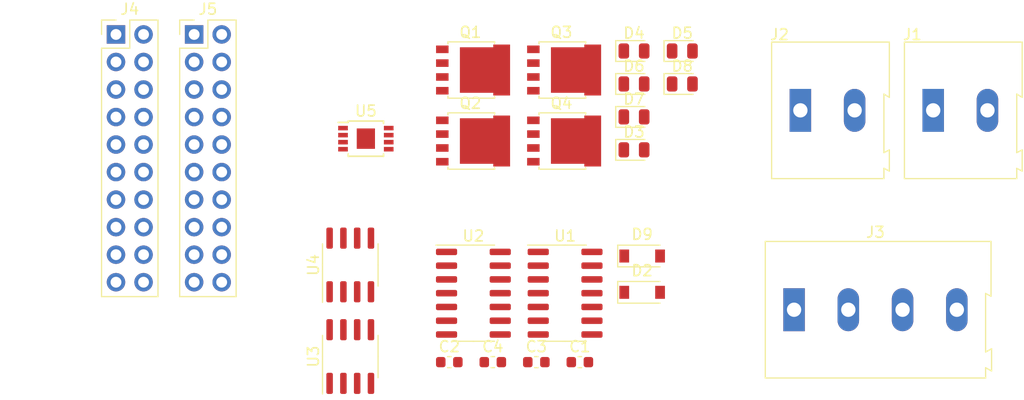
<source format=kicad_pcb>
(kicad_pcb (version 20171130) (host pcbnew 5.1.4+dfsg1-1)

  (general
    (thickness 1.6)
    (drawings 0)
    (tracks 0)
    (zones 0)
    (modules 26)
    (nets 19)
  )

  (page A4)
  (layers
    (0 F.Cu signal)
    (31 B.Cu signal)
    (32 B.Adhes user)
    (33 F.Adhes user)
    (34 B.Paste user)
    (35 F.Paste user)
    (36 B.SilkS user)
    (37 F.SilkS user)
    (38 B.Mask user)
    (39 F.Mask user)
    (40 Dwgs.User user)
    (41 Cmts.User user)
    (42 Eco1.User user)
    (43 Eco2.User user)
    (44 Edge.Cuts user)
    (45 Margin user)
    (46 B.CrtYd user)
    (47 F.CrtYd user)
    (48 B.Fab user)
    (49 F.Fab user)
  )

  (setup
    (last_trace_width 0.25)
    (trace_clearance 0.2)
    (zone_clearance 0.508)
    (zone_45_only no)
    (trace_min 0.2)
    (via_size 0.8)
    (via_drill 0.4)
    (via_min_size 0.4)
    (via_min_drill 0.3)
    (uvia_size 0.3)
    (uvia_drill 0.1)
    (uvias_allowed no)
    (uvia_min_size 0.2)
    (uvia_min_drill 0.1)
    (edge_width 0.15)
    (segment_width 0.2)
    (pcb_text_width 0.3)
    (pcb_text_size 1.5 1.5)
    (mod_edge_width 0.15)
    (mod_text_size 1 1)
    (mod_text_width 0.15)
    (pad_size 1.524 1.524)
    (pad_drill 0.762)
    (pad_to_mask_clearance 0.051)
    (solder_mask_min_width 0.25)
    (aux_axis_origin 0 0)
    (visible_elements FFFFFF7F)
    (pcbplotparams
      (layerselection 0x010fc_ffffffff)
      (usegerberextensions false)
      (usegerberattributes false)
      (usegerberadvancedattributes false)
      (creategerberjobfile false)
      (excludeedgelayer true)
      (linewidth 0.100000)
      (plotframeref false)
      (viasonmask false)
      (mode 1)
      (useauxorigin false)
      (hpglpennumber 1)
      (hpglpenspeed 20)
      (hpglpendiameter 15.000000)
      (psnegative false)
      (psa4output false)
      (plotreference true)
      (plotvalue true)
      (plotinvisibletext false)
      (padsonsilk false)
      (subtractmaskfromsilk false)
      (outputformat 1)
      (mirror false)
      (drillshape 1)
      (scaleselection 1)
      (outputdirectory ""))
  )

  (net 0 "")
  (net 1 GND)
  (net 2 +BATT)
  (net 3 "Net-(C3-Pad2)")
  (net 4 "Net-(C3-Pad1)")
  (net 5 "Net-(C4-Pad2)")
  (net 6 "Net-(C4-Pad1)")
  (net 7 /motor_driver_0/MOTOR+)
  (net 8 /motor_driver_0/sheet5E6D395B/GHA1)
  (net 9 GNDPWR)
  (net 10 /motor_driver_0/MOTOR-)
  (net 11 /motor_driver_0/sheet5E6D395B/GHA2)
  (net 12 /motor_driver_0/IN_BOTTOM_0)
  (net 13 /motor_driver_0/IN_TOP_0)
  (net 14 /motor_driver_0/IN_BOTTOM_1)
  (net 15 /motor_driver_0/IN_TOP_1)
  (net 16 /Vin_launchpad)
  (net 17 +5V)
  (net 18 /GND_launchpad)

  (net_class Default "This is the default net class."
    (clearance 0.2)
    (trace_width 0.25)
    (via_dia 0.8)
    (via_drill 0.4)
    (uvia_dia 0.3)
    (uvia_drill 0.1)
    (add_net +5V)
    (add_net +BATT)
    (add_net /GND_launchpad)
    (add_net /PWM_0)
    (add_net /PWM_1)
    (add_net /PWM_INV_0)
    (add_net /PWM_INV_1)
    (add_net /Vin_launchpad)
    (add_net /motor_driver_0/IN_BOTTOM_0)
    (add_net /motor_driver_0/IN_BOTTOM_1)
    (add_net /motor_driver_0/IN_TOP_0)
    (add_net /motor_driver_0/IN_TOP_1)
    (add_net /motor_driver_0/MOTOR+)
    (add_net /motor_driver_0/MOTOR-)
    (add_net /motor_driver_0/sheet5E6D395B/GHA1)
    (add_net /motor_driver_0/sheet5E6D395B/GHA2)
    (add_net GND)
    (add_net GNDPWR)
    (add_net "Net-(C3-Pad1)")
    (add_net "Net-(C3-Pad2)")
    (add_net "Net-(C4-Pad1)")
    (add_net "Net-(C4-Pad2)")
    (add_net "Net-(J3-Pad1)")
    (add_net "Net-(J3-Pad2)")
    (add_net "Net-(J3-Pad3)")
    (add_net "Net-(J3-Pad4)")
    (add_net "Net-(J4-Pad1)")
    (add_net "Net-(J4-Pad10)")
    (add_net "Net-(J4-Pad11)")
    (add_net "Net-(J4-Pad12)")
    (add_net "Net-(J4-Pad13)")
    (add_net "Net-(J4-Pad14)")
    (add_net "Net-(J4-Pad15)")
    (add_net "Net-(J4-Pad16)")
    (add_net "Net-(J4-Pad17)")
    (add_net "Net-(J4-Pad18)")
    (add_net "Net-(J4-Pad19)")
    (add_net "Net-(J4-Pad2)")
    (add_net "Net-(J4-Pad20)")
    (add_net "Net-(J4-Pad3)")
    (add_net "Net-(J4-Pad4)")
    (add_net "Net-(J4-Pad5)")
    (add_net "Net-(J4-Pad6)")
    (add_net "Net-(J4-Pad7)")
    (add_net "Net-(J4-Pad8)")
    (add_net "Net-(J4-Pad9)")
    (add_net "Net-(J5-Pad1)")
    (add_net "Net-(J5-Pad10)")
    (add_net "Net-(J5-Pad11)")
    (add_net "Net-(J5-Pad12)")
    (add_net "Net-(J5-Pad13)")
    (add_net "Net-(J5-Pad14)")
    (add_net "Net-(J5-Pad15)")
    (add_net "Net-(J5-Pad16)")
    (add_net "Net-(J5-Pad17)")
    (add_net "Net-(J5-Pad18)")
    (add_net "Net-(J5-Pad19)")
    (add_net "Net-(J5-Pad2)")
    (add_net "Net-(J5-Pad20)")
    (add_net "Net-(J5-Pad3)")
    (add_net "Net-(J5-Pad4)")
    (add_net "Net-(J5-Pad5)")
    (add_net "Net-(J5-Pad6)")
    (add_net "Net-(J5-Pad7)")
    (add_net "Net-(J5-Pad8)")
    (add_net "Net-(J5-Pad9)")
    (add_net "Net-(U1-Pad4)")
    (add_net "Net-(U2-Pad4)")
    (add_net "Net-(U5-Pad3)")
    (add_net "Net-(U5-Pad6)")
    (add_net "Net-(U5-Pad7)")
  )

  (module Connector_PinHeader_2.54mm:PinHeader_2x10_P2.54mm_Vertical (layer F.Cu) (tedit 59FED5CC) (tstamp 5E6E2BA4)
    (at 87.718 82.042)
    (descr "Through hole straight pin header, 2x10, 2.54mm pitch, double rows")
    (tags "Through hole pin header THT 2x10 2.54mm double row")
    (path /5E739157)
    (fp_text reference J5 (at 1.27 -2.33) (layer F.SilkS)
      (effects (font (size 1 1) (thickness 0.15)))
    )
    (fp_text value Conn_02x10_Counter_Clockwise (at 1.27 25.19) (layer F.Fab)
      (effects (font (size 1 1) (thickness 0.15)))
    )
    (fp_text user %R (at 1.27 11.43 90) (layer F.Fab)
      (effects (font (size 1 1) (thickness 0.15)))
    )
    (fp_line (start 4.35 -1.8) (end -1.8 -1.8) (layer F.CrtYd) (width 0.05))
    (fp_line (start 4.35 24.65) (end 4.35 -1.8) (layer F.CrtYd) (width 0.05))
    (fp_line (start -1.8 24.65) (end 4.35 24.65) (layer F.CrtYd) (width 0.05))
    (fp_line (start -1.8 -1.8) (end -1.8 24.65) (layer F.CrtYd) (width 0.05))
    (fp_line (start -1.33 -1.33) (end 0 -1.33) (layer F.SilkS) (width 0.12))
    (fp_line (start -1.33 0) (end -1.33 -1.33) (layer F.SilkS) (width 0.12))
    (fp_line (start 1.27 -1.33) (end 3.87 -1.33) (layer F.SilkS) (width 0.12))
    (fp_line (start 1.27 1.27) (end 1.27 -1.33) (layer F.SilkS) (width 0.12))
    (fp_line (start -1.33 1.27) (end 1.27 1.27) (layer F.SilkS) (width 0.12))
    (fp_line (start 3.87 -1.33) (end 3.87 24.19) (layer F.SilkS) (width 0.12))
    (fp_line (start -1.33 1.27) (end -1.33 24.19) (layer F.SilkS) (width 0.12))
    (fp_line (start -1.33 24.19) (end 3.87 24.19) (layer F.SilkS) (width 0.12))
    (fp_line (start -1.27 0) (end 0 -1.27) (layer F.Fab) (width 0.1))
    (fp_line (start -1.27 24.13) (end -1.27 0) (layer F.Fab) (width 0.1))
    (fp_line (start 3.81 24.13) (end -1.27 24.13) (layer F.Fab) (width 0.1))
    (fp_line (start 3.81 -1.27) (end 3.81 24.13) (layer F.Fab) (width 0.1))
    (fp_line (start 0 -1.27) (end 3.81 -1.27) (layer F.Fab) (width 0.1))
    (pad 20 thru_hole oval (at 2.54 22.86) (size 1.7 1.7) (drill 1) (layers *.Cu *.Mask))
    (pad 19 thru_hole oval (at 0 22.86) (size 1.7 1.7) (drill 1) (layers *.Cu *.Mask))
    (pad 18 thru_hole oval (at 2.54 20.32) (size 1.7 1.7) (drill 1) (layers *.Cu *.Mask))
    (pad 17 thru_hole oval (at 0 20.32) (size 1.7 1.7) (drill 1) (layers *.Cu *.Mask))
    (pad 16 thru_hole oval (at 2.54 17.78) (size 1.7 1.7) (drill 1) (layers *.Cu *.Mask))
    (pad 15 thru_hole oval (at 0 17.78) (size 1.7 1.7) (drill 1) (layers *.Cu *.Mask))
    (pad 14 thru_hole oval (at 2.54 15.24) (size 1.7 1.7) (drill 1) (layers *.Cu *.Mask))
    (pad 13 thru_hole oval (at 0 15.24) (size 1.7 1.7) (drill 1) (layers *.Cu *.Mask))
    (pad 12 thru_hole oval (at 2.54 12.7) (size 1.7 1.7) (drill 1) (layers *.Cu *.Mask))
    (pad 11 thru_hole oval (at 0 12.7) (size 1.7 1.7) (drill 1) (layers *.Cu *.Mask))
    (pad 10 thru_hole oval (at 2.54 10.16) (size 1.7 1.7) (drill 1) (layers *.Cu *.Mask))
    (pad 9 thru_hole oval (at 0 10.16) (size 1.7 1.7) (drill 1) (layers *.Cu *.Mask))
    (pad 8 thru_hole oval (at 2.54 7.62) (size 1.7 1.7) (drill 1) (layers *.Cu *.Mask))
    (pad 7 thru_hole oval (at 0 7.62) (size 1.7 1.7) (drill 1) (layers *.Cu *.Mask))
    (pad 6 thru_hole oval (at 2.54 5.08) (size 1.7 1.7) (drill 1) (layers *.Cu *.Mask))
    (pad 5 thru_hole oval (at 0 5.08) (size 1.7 1.7) (drill 1) (layers *.Cu *.Mask))
    (pad 4 thru_hole oval (at 2.54 2.54) (size 1.7 1.7) (drill 1) (layers *.Cu *.Mask))
    (pad 3 thru_hole oval (at 0 2.54) (size 1.7 1.7) (drill 1) (layers *.Cu *.Mask))
    (pad 2 thru_hole oval (at 2.54 0) (size 1.7 1.7) (drill 1) (layers *.Cu *.Mask))
    (pad 1 thru_hole rect (at 0 0) (size 1.7 1.7) (drill 1) (layers *.Cu *.Mask))
    (model ${KISYS3DMOD}/Connector_PinHeader_2.54mm.3dshapes/PinHeader_2x10_P2.54mm_Vertical.wrl
      (at (xyz 0 0 0))
      (scale (xyz 1 1 1))
      (rotate (xyz 0 0 0))
    )
  )

  (module Connector_PinHeader_2.54mm:PinHeader_2x10_P2.54mm_Vertical (layer F.Cu) (tedit 59FED5CC) (tstamp 5E6E2B7A)
    (at 80.518 82.042)
    (descr "Through hole straight pin header, 2x10, 2.54mm pitch, double rows")
    (tags "Through hole pin header THT 2x10 2.54mm double row")
    (path /5E738035)
    (fp_text reference J4 (at 1.27 -2.33) (layer F.SilkS)
      (effects (font (size 1 1) (thickness 0.15)))
    )
    (fp_text value Conn_02x10_Counter_Clockwise (at 1.27 25.19) (layer F.Fab)
      (effects (font (size 1 1) (thickness 0.15)))
    )
    (fp_text user %R (at 1.27 11.43 90) (layer F.Fab)
      (effects (font (size 1 1) (thickness 0.15)))
    )
    (fp_line (start 4.35 -1.8) (end -1.8 -1.8) (layer F.CrtYd) (width 0.05))
    (fp_line (start 4.35 24.65) (end 4.35 -1.8) (layer F.CrtYd) (width 0.05))
    (fp_line (start -1.8 24.65) (end 4.35 24.65) (layer F.CrtYd) (width 0.05))
    (fp_line (start -1.8 -1.8) (end -1.8 24.65) (layer F.CrtYd) (width 0.05))
    (fp_line (start -1.33 -1.33) (end 0 -1.33) (layer F.SilkS) (width 0.12))
    (fp_line (start -1.33 0) (end -1.33 -1.33) (layer F.SilkS) (width 0.12))
    (fp_line (start 1.27 -1.33) (end 3.87 -1.33) (layer F.SilkS) (width 0.12))
    (fp_line (start 1.27 1.27) (end 1.27 -1.33) (layer F.SilkS) (width 0.12))
    (fp_line (start -1.33 1.27) (end 1.27 1.27) (layer F.SilkS) (width 0.12))
    (fp_line (start 3.87 -1.33) (end 3.87 24.19) (layer F.SilkS) (width 0.12))
    (fp_line (start -1.33 1.27) (end -1.33 24.19) (layer F.SilkS) (width 0.12))
    (fp_line (start -1.33 24.19) (end 3.87 24.19) (layer F.SilkS) (width 0.12))
    (fp_line (start -1.27 0) (end 0 -1.27) (layer F.Fab) (width 0.1))
    (fp_line (start -1.27 24.13) (end -1.27 0) (layer F.Fab) (width 0.1))
    (fp_line (start 3.81 24.13) (end -1.27 24.13) (layer F.Fab) (width 0.1))
    (fp_line (start 3.81 -1.27) (end 3.81 24.13) (layer F.Fab) (width 0.1))
    (fp_line (start 0 -1.27) (end 3.81 -1.27) (layer F.Fab) (width 0.1))
    (pad 20 thru_hole oval (at 2.54 22.86) (size 1.7 1.7) (drill 1) (layers *.Cu *.Mask))
    (pad 19 thru_hole oval (at 0 22.86) (size 1.7 1.7) (drill 1) (layers *.Cu *.Mask))
    (pad 18 thru_hole oval (at 2.54 20.32) (size 1.7 1.7) (drill 1) (layers *.Cu *.Mask))
    (pad 17 thru_hole oval (at 0 20.32) (size 1.7 1.7) (drill 1) (layers *.Cu *.Mask))
    (pad 16 thru_hole oval (at 2.54 17.78) (size 1.7 1.7) (drill 1) (layers *.Cu *.Mask))
    (pad 15 thru_hole oval (at 0 17.78) (size 1.7 1.7) (drill 1) (layers *.Cu *.Mask))
    (pad 14 thru_hole oval (at 2.54 15.24) (size 1.7 1.7) (drill 1) (layers *.Cu *.Mask))
    (pad 13 thru_hole oval (at 0 15.24) (size 1.7 1.7) (drill 1) (layers *.Cu *.Mask))
    (pad 12 thru_hole oval (at 2.54 12.7) (size 1.7 1.7) (drill 1) (layers *.Cu *.Mask))
    (pad 11 thru_hole oval (at 0 12.7) (size 1.7 1.7) (drill 1) (layers *.Cu *.Mask))
    (pad 10 thru_hole oval (at 2.54 10.16) (size 1.7 1.7) (drill 1) (layers *.Cu *.Mask))
    (pad 9 thru_hole oval (at 0 10.16) (size 1.7 1.7) (drill 1) (layers *.Cu *.Mask))
    (pad 8 thru_hole oval (at 2.54 7.62) (size 1.7 1.7) (drill 1) (layers *.Cu *.Mask))
    (pad 7 thru_hole oval (at 0 7.62) (size 1.7 1.7) (drill 1) (layers *.Cu *.Mask))
    (pad 6 thru_hole oval (at 2.54 5.08) (size 1.7 1.7) (drill 1) (layers *.Cu *.Mask))
    (pad 5 thru_hole oval (at 0 5.08) (size 1.7 1.7) (drill 1) (layers *.Cu *.Mask))
    (pad 4 thru_hole oval (at 2.54 2.54) (size 1.7 1.7) (drill 1) (layers *.Cu *.Mask))
    (pad 3 thru_hole oval (at 0 2.54) (size 1.7 1.7) (drill 1) (layers *.Cu *.Mask))
    (pad 2 thru_hole oval (at 2.54 0) (size 1.7 1.7) (drill 1) (layers *.Cu *.Mask))
    (pad 1 thru_hole rect (at 0 0) (size 1.7 1.7) (drill 1) (layers *.Cu *.Mask))
    (model ${KISYS3DMOD}/Connector_PinHeader_2.54mm.3dshapes/PinHeader_2x10_P2.54mm_Vertical.wrl
      (at (xyz 0 0 0))
      (scale (xyz 1 1 1))
      (rotate (xyz 0 0 0))
    )
  )

  (module Package_SO:MSOP-8-1EP_3x3mm_P0.65mm_EP1.68x1.88mm (layer F.Cu) (tedit 5A6725D7) (tstamp 5E6DDCEA)
    (at 103.544 91.656)
    (descr "MS8E Package; 8-Lead Plastic MSOP, Exposed Die Pad (see Linear Technology 05081662_K_MS8E.pdf)")
    (tags "SSOP 0.65")
    (path /5E701101)
    (attr smd)
    (fp_text reference U5 (at 0 -2.55) (layer F.SilkS)
      (effects (font (size 1 1) (thickness 0.15)))
    )
    (fp_text value LT3010-5 (at 0 2.55) (layer F.Fab)
      (effects (font (size 1 1) (thickness 0.15)))
    )
    (fp_text user %R (at 0 0) (layer F.Fab)
      (effects (font (size 0.6 0.6) (thickness 0.09)))
    )
    (fp_line (start -1.625 -1.5) (end -2.55 -1.5) (layer F.SilkS) (width 0.15))
    (fp_line (start -1.625 1.625) (end 1.625 1.625) (layer F.SilkS) (width 0.15))
    (fp_line (start -1.625 -1.625) (end 1.625 -1.625) (layer F.SilkS) (width 0.15))
    (fp_line (start -1.625 1.625) (end -1.625 1.41) (layer F.SilkS) (width 0.15))
    (fp_line (start 1.625 1.625) (end 1.625 1.41) (layer F.SilkS) (width 0.15))
    (fp_line (start 1.625 -1.625) (end 1.625 -1.41) (layer F.SilkS) (width 0.15))
    (fp_line (start -1.625 -1.625) (end -1.625 -1.5) (layer F.SilkS) (width 0.15))
    (fp_line (start -2.8 1.8) (end 2.8 1.8) (layer F.CrtYd) (width 0.05))
    (fp_line (start -2.8 -1.8) (end 2.8 -1.8) (layer F.CrtYd) (width 0.05))
    (fp_line (start 2.8 -1.8) (end 2.8 1.8) (layer F.CrtYd) (width 0.05))
    (fp_line (start -2.8 -1.8) (end -2.8 1.8) (layer F.CrtYd) (width 0.05))
    (fp_line (start -1.5 -0.5) (end -0.5 -1.5) (layer F.Fab) (width 0.15))
    (fp_line (start -1.5 1.5) (end -1.5 -0.5) (layer F.Fab) (width 0.15))
    (fp_line (start 1.5 1.5) (end -1.5 1.5) (layer F.Fab) (width 0.15))
    (fp_line (start 1.5 -1.5) (end 1.5 1.5) (layer F.Fab) (width 0.15))
    (fp_line (start -0.5 -1.5) (end 1.5 -1.5) (layer F.Fab) (width 0.15))
    (pad "" smd rect (at 0.42 -0.47) (size 0.66 0.76) (layers F.Paste))
    (pad "" smd rect (at -0.42 -0.47) (size 0.66 0.76) (layers F.Paste))
    (pad "" smd rect (at -0.42 0.47) (size 0.66 0.76) (layers F.Paste))
    (pad 9 smd rect (at 0 0) (size 1.68 1.88) (layers F.Cu F.Mask)
      (net 1 GND))
    (pad "" smd rect (at 0.42 0.47) (size 0.66 0.76) (layers F.Paste))
    (pad 8 smd rect (at 2.105 -0.975) (size 0.89 0.42) (layers F.Cu F.Paste F.Mask)
      (net 2 +BATT))
    (pad 7 smd rect (at 2.105 -0.325) (size 0.89 0.42) (layers F.Cu F.Paste F.Mask))
    (pad 6 smd rect (at 2.105 0.325) (size 0.89 0.42) (layers F.Cu F.Paste F.Mask))
    (pad 5 smd rect (at 2.105 0.975) (size 0.89 0.42) (layers F.Cu F.Paste F.Mask)
      (net 2 +BATT))
    (pad 4 smd rect (at -2.105 0.975) (size 0.89 0.42) (layers F.Cu F.Paste F.Mask)
      (net 1 GND))
    (pad 3 smd rect (at -2.105 0.325) (size 0.89 0.42) (layers F.Cu F.Paste F.Mask))
    (pad 2 smd rect (at -2.105 -0.325) (size 0.89 0.42) (layers F.Cu F.Paste F.Mask)
      (net 17 +5V))
    (pad 1 smd rect (at -2.105 -0.975) (size 0.89 0.42) (layers F.Cu F.Paste F.Mask)
      (net 17 +5V))
    (model ${KISYS3DMOD}/Package_SO.3dshapes/MSOP-8-1EP_3x3mm_P0.65mm_EP1.68x1.88mm.wrl
      (at (xyz 0 0 0))
      (scale (xyz 1 1 1))
      (rotate (xyz 0 0 0))
    )
  )

  (module Package_SO:SOIC-8_3.9x4.9mm_P1.27mm (layer F.Cu) (tedit 5C97300E) (tstamp 5E6DCE3F)
    (at 102.108 103.31 90)
    (descr "SOIC, 8 Pin (JEDEC MS-012AA, https://www.analog.com/media/en/package-pcb-resources/package/pkg_pdf/soic_narrow-r/r_8.pdf), generated with kicad-footprint-generator ipc_gullwing_generator.py")
    (tags "SOIC SO")
    (path /5E6F7B04)
    (attr smd)
    (fp_text reference U4 (at 0 -3.4 90) (layer F.SilkS)
      (effects (font (size 1 1) (thickness 0.15)))
    )
    (fp_text value ADuM120N (at 0 3.4 90) (layer F.Fab)
      (effects (font (size 1 1) (thickness 0.15)))
    )
    (fp_text user %R (at 0 0 90) (layer F.Fab)
      (effects (font (size 0.98 0.98) (thickness 0.15)))
    )
    (fp_line (start 3.7 -2.7) (end -3.7 -2.7) (layer F.CrtYd) (width 0.05))
    (fp_line (start 3.7 2.7) (end 3.7 -2.7) (layer F.CrtYd) (width 0.05))
    (fp_line (start -3.7 2.7) (end 3.7 2.7) (layer F.CrtYd) (width 0.05))
    (fp_line (start -3.7 -2.7) (end -3.7 2.7) (layer F.CrtYd) (width 0.05))
    (fp_line (start -1.95 -1.475) (end -0.975 -2.45) (layer F.Fab) (width 0.1))
    (fp_line (start -1.95 2.45) (end -1.95 -1.475) (layer F.Fab) (width 0.1))
    (fp_line (start 1.95 2.45) (end -1.95 2.45) (layer F.Fab) (width 0.1))
    (fp_line (start 1.95 -2.45) (end 1.95 2.45) (layer F.Fab) (width 0.1))
    (fp_line (start -0.975 -2.45) (end 1.95 -2.45) (layer F.Fab) (width 0.1))
    (fp_line (start 0 -2.56) (end -3.45 -2.56) (layer F.SilkS) (width 0.12))
    (fp_line (start 0 -2.56) (end 1.95 -2.56) (layer F.SilkS) (width 0.12))
    (fp_line (start 0 2.56) (end -1.95 2.56) (layer F.SilkS) (width 0.12))
    (fp_line (start 0 2.56) (end 1.95 2.56) (layer F.SilkS) (width 0.12))
    (pad 8 smd roundrect (at 2.475 -1.905 90) (size 1.95 0.6) (layers F.Cu F.Paste F.Mask) (roundrect_rratio 0.25)
      (net 17 +5V))
    (pad 7 smd roundrect (at 2.475 -0.635 90) (size 1.95 0.6) (layers F.Cu F.Paste F.Mask) (roundrect_rratio 0.25)
      (net 15 /motor_driver_0/IN_TOP_1))
    (pad 6 smd roundrect (at 2.475 0.635 90) (size 1.95 0.6) (layers F.Cu F.Paste F.Mask) (roundrect_rratio 0.25)
      (net 14 /motor_driver_0/IN_BOTTOM_1))
    (pad 5 smd roundrect (at 2.475 1.905 90) (size 1.95 0.6) (layers F.Cu F.Paste F.Mask) (roundrect_rratio 0.25)
      (net 1 GND))
    (pad 4 smd roundrect (at -2.475 1.905 90) (size 1.95 0.6) (layers F.Cu F.Paste F.Mask) (roundrect_rratio 0.25)
      (net 18 /GND_launchpad))
    (pad 3 smd roundrect (at -2.475 0.635 90) (size 1.95 0.6) (layers F.Cu F.Paste F.Mask) (roundrect_rratio 0.25))
    (pad 2 smd roundrect (at -2.475 -0.635 90) (size 1.95 0.6) (layers F.Cu F.Paste F.Mask) (roundrect_rratio 0.25))
    (pad 1 smd roundrect (at -2.475 -1.905 90) (size 1.95 0.6) (layers F.Cu F.Paste F.Mask) (roundrect_rratio 0.25)
      (net 16 /Vin_launchpad))
    (model ${KISYS3DMOD}/Package_SO.3dshapes/SOIC-8_3.9x4.9mm_P1.27mm.wrl
      (at (xyz 0 0 0))
      (scale (xyz 1 1 1))
      (rotate (xyz 0 0 0))
    )
  )

  (module Package_SO:SOIC-8_3.9x4.9mm_P1.27mm (layer F.Cu) (tedit 5C97300E) (tstamp 5E6DCE25)
    (at 102.108 111.76 90)
    (descr "SOIC, 8 Pin (JEDEC MS-012AA, https://www.analog.com/media/en/package-pcb-resources/package/pkg_pdf/soic_narrow-r/r_8.pdf), generated with kicad-footprint-generator ipc_gullwing_generator.py")
    (tags "SOIC SO")
    (path /5E6F6FDC)
    (attr smd)
    (fp_text reference U3 (at 0 -3.4 90) (layer F.SilkS)
      (effects (font (size 1 1) (thickness 0.15)))
    )
    (fp_text value ADuM120N (at 0 3.4 90) (layer F.Fab)
      (effects (font (size 1 1) (thickness 0.15)))
    )
    (fp_text user %R (at 0 0 90) (layer F.Fab)
      (effects (font (size 0.98 0.98) (thickness 0.15)))
    )
    (fp_line (start 3.7 -2.7) (end -3.7 -2.7) (layer F.CrtYd) (width 0.05))
    (fp_line (start 3.7 2.7) (end 3.7 -2.7) (layer F.CrtYd) (width 0.05))
    (fp_line (start -3.7 2.7) (end 3.7 2.7) (layer F.CrtYd) (width 0.05))
    (fp_line (start -3.7 -2.7) (end -3.7 2.7) (layer F.CrtYd) (width 0.05))
    (fp_line (start -1.95 -1.475) (end -0.975 -2.45) (layer F.Fab) (width 0.1))
    (fp_line (start -1.95 2.45) (end -1.95 -1.475) (layer F.Fab) (width 0.1))
    (fp_line (start 1.95 2.45) (end -1.95 2.45) (layer F.Fab) (width 0.1))
    (fp_line (start 1.95 -2.45) (end 1.95 2.45) (layer F.Fab) (width 0.1))
    (fp_line (start -0.975 -2.45) (end 1.95 -2.45) (layer F.Fab) (width 0.1))
    (fp_line (start 0 -2.56) (end -3.45 -2.56) (layer F.SilkS) (width 0.12))
    (fp_line (start 0 -2.56) (end 1.95 -2.56) (layer F.SilkS) (width 0.12))
    (fp_line (start 0 2.56) (end -1.95 2.56) (layer F.SilkS) (width 0.12))
    (fp_line (start 0 2.56) (end 1.95 2.56) (layer F.SilkS) (width 0.12))
    (pad 8 smd roundrect (at 2.475 -1.905 90) (size 1.95 0.6) (layers F.Cu F.Paste F.Mask) (roundrect_rratio 0.25)
      (net 17 +5V))
    (pad 7 smd roundrect (at 2.475 -0.635 90) (size 1.95 0.6) (layers F.Cu F.Paste F.Mask) (roundrect_rratio 0.25)
      (net 13 /motor_driver_0/IN_TOP_0))
    (pad 6 smd roundrect (at 2.475 0.635 90) (size 1.95 0.6) (layers F.Cu F.Paste F.Mask) (roundrect_rratio 0.25)
      (net 12 /motor_driver_0/IN_BOTTOM_0))
    (pad 5 smd roundrect (at 2.475 1.905 90) (size 1.95 0.6) (layers F.Cu F.Paste F.Mask) (roundrect_rratio 0.25)
      (net 1 GND))
    (pad 4 smd roundrect (at -2.475 1.905 90) (size 1.95 0.6) (layers F.Cu F.Paste F.Mask) (roundrect_rratio 0.25)
      (net 18 /GND_launchpad))
    (pad 3 smd roundrect (at -2.475 0.635 90) (size 1.95 0.6) (layers F.Cu F.Paste F.Mask) (roundrect_rratio 0.25))
    (pad 2 smd roundrect (at -2.475 -0.635 90) (size 1.95 0.6) (layers F.Cu F.Paste F.Mask) (roundrect_rratio 0.25))
    (pad 1 smd roundrect (at -2.475 -1.905 90) (size 1.95 0.6) (layers F.Cu F.Paste F.Mask) (roundrect_rratio 0.25)
      (net 16 /Vin_launchpad))
    (model ${KISYS3DMOD}/Package_SO.3dshapes/SOIC-8_3.9x4.9mm_P1.27mm.wrl
      (at (xyz 0 0 0))
      (scale (xyz 1 1 1))
      (rotate (xyz 0 0 0))
    )
  )

  (module TerminalBlock:TerminalBlock_Altech_AK300-4_P5.00mm (layer F.Cu) (tedit 59FF0306) (tstamp 5E6D9242)
    (at 143.002 107.442)
    (descr "Altech AK300 terminal block, pitch 5.0mm, 45 degree angled, see http://www.mouser.com/ds/2/16/PCBMETRC-24178.pdf")
    (tags "Altech AK300 terminal block pitch 5.0mm")
    (path /5E6F2AAD)
    (fp_text reference J3 (at 7.5 -7.15) (layer F.SilkS)
      (effects (font (size 1 1) (thickness 0.15)))
    )
    (fp_text value Conn_01x04 (at 7.45 7.45) (layer F.Fab)
      (effects (font (size 1 1) (thickness 0.15)))
    )
    (fp_arc (start -1.16 -4.65) (end -1.44 -4.13) (angle 104.2) (layer F.Fab) (width 0.1))
    (fp_arc (start -0.04 -3.71) (end -1.64 -5) (angle 100) (layer F.Fab) (width 0.1))
    (fp_arc (start 0.04 -6.07) (end 1.5 -4.12) (angle 75.5) (layer F.Fab) (width 0.1))
    (fp_arc (start 1 -4.59) (end 1.51 -5.05) (angle 90.5) (layer F.Fab) (width 0.1))
    (fp_arc (start 3.85 -4.65) (end 3.56 -4.13) (angle 104.2) (layer F.Fab) (width 0.1))
    (fp_arc (start 4.96 -3.71) (end 3.36 -5) (angle 100) (layer F.Fab) (width 0.1))
    (fp_arc (start 5.04 -6.07) (end 6.5 -4.12) (angle 75.5) (layer F.Fab) (width 0.1))
    (fp_arc (start 6.01 -4.59) (end 6.51 -5.05) (angle 90.5) (layer F.Fab) (width 0.1))
    (fp_arc (start 16.02 -4.59) (end 16.52 -5.05) (angle 90.5) (layer F.Fab) (width 0.1))
    (fp_arc (start 15.05 -6.07) (end 16.51 -4.12) (angle 75.5) (layer F.Fab) (width 0.1))
    (fp_arc (start 14.97 -3.71) (end 13.37 -5) (angle 100) (layer F.Fab) (width 0.1))
    (fp_arc (start 13.86 -4.65) (end 13.57 -4.13) (angle 104.2) (layer F.Fab) (width 0.1))
    (fp_arc (start 8.83 -4.65) (end 8.54 -4.13) (angle 104.2) (layer F.Fab) (width 0.1))
    (fp_arc (start 9.94 -3.71) (end 8.34 -5) (angle 100) (layer F.Fab) (width 0.1))
    (fp_arc (start 10.02 -6.07) (end 11.48 -4.12) (angle 75.5) (layer F.Fab) (width 0.1))
    (fp_arc (start 10.99 -4.59) (end 11.49 -5.05) (angle 90.5) (layer F.Fab) (width 0.1))
    (fp_line (start 18.35 6.47) (end -2.83 6.47) (layer F.CrtYd) (width 0.05))
    (fp_line (start 18.35 6.47) (end 18.35 -6.47) (layer F.CrtYd) (width 0.05))
    (fp_line (start -2.83 -6.47) (end -2.83 6.47) (layer F.CrtYd) (width 0.05))
    (fp_line (start -2.83 -6.47) (end 18.35 -6.47) (layer F.CrtYd) (width 0.05))
    (fp_line (start 3.34 -0.25) (end 6.64 -0.25) (layer F.Fab) (width 0.1))
    (fp_line (start 2.96 -0.25) (end 3.34 -0.25) (layer F.Fab) (width 0.1))
    (fp_line (start 7.02 -0.25) (end 6.64 -0.25) (layer F.Fab) (width 0.1))
    (fp_line (start 1.64 -0.25) (end -1.67 -0.25) (layer F.Fab) (width 0.1))
    (fp_line (start 2.02 -0.25) (end 1.64 -0.25) (layer F.Fab) (width 0.1))
    (fp_line (start -2.05 -0.25) (end -1.67 -0.25) (layer F.Fab) (width 0.1))
    (fp_line (start -1.51 -4.32) (end 1.53 -4.95) (layer F.Fab) (width 0.1))
    (fp_line (start -1.64 -4.45) (end 1.41 -5.08) (layer F.Fab) (width 0.1))
    (fp_line (start 3.49 -4.32) (end 6.54 -4.95) (layer F.Fab) (width 0.1))
    (fp_line (start 3.36 -4.45) (end 6.41 -5.08) (layer F.Fab) (width 0.1))
    (fp_line (start 2.02 -5.97) (end -2.05 -5.97) (layer F.Fab) (width 0.1))
    (fp_line (start -2.05 -3.43) (end -2.05 -5.97) (layer F.Fab) (width 0.1))
    (fp_line (start 2.02 -3.43) (end -2.05 -3.43) (layer F.Fab) (width 0.1))
    (fp_line (start 2.02 -3.43) (end 2.02 -5.97) (layer F.Fab) (width 0.1))
    (fp_line (start 7.02 -3.43) (end 2.96 -3.43) (layer F.Fab) (width 0.1))
    (fp_line (start 7.02 -5.97) (end 7.02 -3.43) (layer F.Fab) (width 0.1))
    (fp_line (start 2.96 -5.97) (end 7.02 -5.97) (layer F.Fab) (width 0.1))
    (fp_line (start 2.96 -3.43) (end 2.96 -5.97) (layer F.Fab) (width 0.1))
    (fp_line (start -2.58 -3.17) (end -2.58 -6.22) (layer F.Fab) (width 0.1))
    (fp_line (start -2.58 -0.64) (end -2.58 -3.17) (layer F.Fab) (width 0.1))
    (fp_line (start -2.58 6.22) (end -2.58 -0.64) (layer F.Fab) (width 0.1))
    (fp_line (start 6.64 0.51) (end 6.26 0.51) (layer F.Fab) (width 0.1))
    (fp_line (start 3.34 0.51) (end 3.72 0.51) (layer F.Fab) (width 0.1))
    (fp_line (start 1.64 0.51) (end 1.26 0.51) (layer F.Fab) (width 0.1))
    (fp_line (start -1.67 0.51) (end -1.28 0.51) (layer F.Fab) (width 0.1))
    (fp_line (start -1.67 3.68) (end -1.67 0.51) (layer F.Fab) (width 0.1))
    (fp_line (start 1.64 3.68) (end -1.67 3.68) (layer F.Fab) (width 0.1))
    (fp_line (start 1.64 3.68) (end 1.64 0.51) (layer F.Fab) (width 0.1))
    (fp_line (start 3.34 3.68) (end 3.34 0.51) (layer F.Fab) (width 0.1))
    (fp_line (start 6.64 3.68) (end 3.34 3.68) (layer F.Fab) (width 0.1))
    (fp_line (start 6.64 3.68) (end 6.64 0.51) (layer F.Fab) (width 0.1))
    (fp_line (start -2.05 4.32) (end -2.05 6.22) (layer F.Fab) (width 0.1))
    (fp_line (start 2.02 4.32) (end 2.02 -0.25) (layer F.Fab) (width 0.1))
    (fp_line (start 2.02 4.32) (end -2.05 4.32) (layer F.Fab) (width 0.1))
    (fp_line (start 7.02 4.32) (end 7.02 6.22) (layer F.Fab) (width 0.1))
    (fp_line (start 2.96 4.32) (end 2.96 -0.25) (layer F.Fab) (width 0.1))
    (fp_line (start 2.96 4.32) (end 7.02 4.32) (layer F.Fab) (width 0.1))
    (fp_line (start -2.05 6.22) (end 2.02 6.22) (layer F.Fab) (width 0.1))
    (fp_line (start -2.58 6.22) (end -2.05 6.22) (layer F.Fab) (width 0.1))
    (fp_line (start -2.05 -0.25) (end -2.05 4.32) (layer F.Fab) (width 0.1))
    (fp_line (start 2.02 6.22) (end 2.96 6.22) (layer F.Fab) (width 0.1))
    (fp_line (start 2.02 6.22) (end 2.02 4.32) (layer F.Fab) (width 0.1))
    (fp_line (start 2.96 6.22) (end 7.02 6.22) (layer F.Fab) (width 0.1))
    (fp_line (start 7.02 -0.25) (end 7.02 4.32) (layer F.Fab) (width 0.1))
    (fp_line (start 2.96 6.22) (end 2.96 4.32) (layer F.Fab) (width 0.1))
    (fp_line (start 12.95 4.06) (end 12.95 5.21) (layer F.Fab) (width 0.1))
    (fp_line (start 12.95 5.21) (end 12.95 6.22) (layer F.Fab) (width 0.1))
    (fp_line (start 3.72 2.54) (end 3.72 -0.25) (layer F.Fab) (width 0.1))
    (fp_line (start 3.72 -0.25) (end 6.26 -0.25) (layer F.Fab) (width 0.1))
    (fp_line (start 6.26 2.54) (end 6.26 -0.25) (layer F.Fab) (width 0.1))
    (fp_line (start 3.72 2.54) (end 6.26 2.54) (layer F.Fab) (width 0.1))
    (fp_line (start -1.28 2.54) (end -1.28 -0.25) (layer F.Fab) (width 0.1))
    (fp_line (start -1.28 -0.25) (end 1.26 -0.25) (layer F.Fab) (width 0.1))
    (fp_line (start 1.26 2.54) (end 1.26 -0.25) (layer F.Fab) (width 0.1))
    (fp_line (start -1.28 2.54) (end 1.26 2.54) (layer F.Fab) (width 0.1))
    (fp_line (start 13.73 2.54) (end 16.27 2.54) (layer F.Fab) (width 0.1))
    (fp_line (start 16.27 2.54) (end 16.27 -0.25) (layer F.Fab) (width 0.1))
    (fp_line (start 13.73 -0.25) (end 16.27 -0.25) (layer F.Fab) (width 0.1))
    (fp_line (start 13.73 2.54) (end 13.73 -0.25) (layer F.Fab) (width 0.1))
    (fp_line (start 17.59 -6.22) (end 17.59 -3.17) (layer F.Fab) (width 0.1))
    (fp_line (start 17.59 -6.22) (end 18.1 -6.22) (layer F.Fab) (width 0.1))
    (fp_line (start 18.1 -6.22) (end 18.1 -1.4) (layer F.Fab) (width 0.1))
    (fp_line (start 18.1 -1.4) (end 17.59 -1.65) (layer F.Fab) (width 0.1))
    (fp_line (start 18.1 5.46) (end 17.59 5.21) (layer F.Fab) (width 0.1))
    (fp_line (start 17.59 5.21) (end 17.59 6.22) (layer F.Fab) (width 0.1))
    (fp_line (start 18.1 3.81) (end 17.59 4.06) (layer F.Fab) (width 0.1))
    (fp_line (start 17.59 4.06) (end 17.59 5.21) (layer F.Fab) (width 0.1))
    (fp_line (start 18.1 3.81) (end 18.1 5.46) (layer F.Fab) (width 0.1))
    (fp_line (start 12.97 6.22) (end 12.97 4.32) (layer F.Fab) (width 0.1))
    (fp_line (start 17.03 -0.25) (end 17.03 4.32) (layer F.Fab) (width 0.1))
    (fp_line (start 17.03 6.22) (end 17.59 6.22) (layer F.Fab) (width 0.1))
    (fp_line (start 12.97 4.32) (end 17.03 4.32) (layer F.Fab) (width 0.1))
    (fp_line (start 17.03 4.32) (end 17.03 6.22) (layer F.Fab) (width 0.1))
    (fp_line (start 16.65 3.68) (end 16.65 0.51) (layer F.Fab) (width 0.1))
    (fp_line (start 16.65 3.68) (end 13.35 3.68) (layer F.Fab) (width 0.1))
    (fp_line (start 13.35 3.68) (end 13.35 0.51) (layer F.Fab) (width 0.1))
    (fp_line (start 13.35 0.51) (end 13.73 0.51) (layer F.Fab) (width 0.1))
    (fp_line (start 16.65 0.51) (end 16.27 0.51) (layer F.Fab) (width 0.1))
    (fp_line (start 17.59 -1.65) (end 17.59 -0.64) (layer F.Fab) (width 0.1))
    (fp_line (start 17.59 -0.64) (end 17.59 4.06) (layer F.Fab) (width 0.1))
    (fp_line (start 17.59 -3.17) (end 17.59 -1.65) (layer F.Fab) (width 0.1))
    (fp_line (start 12.97 -3.43) (end 12.97 -5.97) (layer F.Fab) (width 0.1))
    (fp_line (start 12.97 -5.97) (end 17.03 -5.97) (layer F.Fab) (width 0.1))
    (fp_line (start 17.03 -5.97) (end 17.03 -3.43) (layer F.Fab) (width 0.1))
    (fp_line (start 17.03 -3.43) (end 12.97 -3.43) (layer F.Fab) (width 0.1))
    (fp_line (start 13.37 -4.45) (end 16.42 -5.08) (layer F.Fab) (width 0.1))
    (fp_line (start 13.5 -4.32) (end 16.55 -4.95) (layer F.Fab) (width 0.1))
    (fp_line (start 17.03 -0.25) (end 16.65 -0.25) (layer F.Fab) (width 0.1))
    (fp_line (start 12.97 -0.25) (end 13.35 -0.25) (layer F.Fab) (width 0.1))
    (fp_line (start 13.35 -0.25) (end 16.65 -0.25) (layer F.Fab) (width 0.1))
    (fp_line (start 12.95 4) (end 12.95 -0.25) (layer F.Fab) (width 0.1))
    (fp_line (start 12.66 -0.64) (end -2.52 -0.64) (layer F.Fab) (width 0.1))
    (fp_line (start 17.74 -6.22) (end -2.58 -6.22) (layer F.Fab) (width 0.1))
    (fp_line (start 17.59 -3.05) (end -2.58 -3.05) (layer F.Fab) (width 0.1))
    (fp_line (start 13.17 6.22) (end 7.07 6.22) (layer F.Fab) (width 0.1))
    (fp_line (start 16.95 6.22) (end 13.02 6.22) (layer F.Fab) (width 0.1))
    (fp_line (start 7.99 -0.25) (end 12.05 -0.25) (layer F.Fab) (width 0.1))
    (fp_line (start 7.99 6.22) (end 7.99 -0.25) (layer F.Fab) (width 0.1))
    (fp_line (start 12.51 -0.64) (end 17.59 -0.64) (layer F.Fab) (width 0.1))
    (fp_line (start 11.67 0.51) (end 11.29 0.51) (layer F.Fab) (width 0.1))
    (fp_line (start 11.67 3.68) (end 11.67 0.51) (layer F.Fab) (width 0.1))
    (fp_line (start 8.37 3.68) (end 11.67 3.68) (layer F.Fab) (width 0.1))
    (fp_line (start 8.37 0.51) (end 8.37 3.68) (layer F.Fab) (width 0.1))
    (fp_line (start 8.37 0.51) (end 8.75 0.51) (layer F.Fab) (width 0.1))
    (fp_line (start 12.05 6.22) (end 12.05 -0.25) (layer F.Fab) (width 0.1))
    (fp_line (start 7.99 4.32) (end 12.05 4.32) (layer F.Fab) (width 0.1))
    (fp_line (start 8.47 -4.32) (end 11.52 -4.95) (layer F.Fab) (width 0.1))
    (fp_line (start 8.34 -4.45) (end 11.39 -5.08) (layer F.Fab) (width 0.1))
    (fp_line (start 12 -3.43) (end 7.94 -3.43) (layer F.Fab) (width 0.1))
    (fp_line (start 12 -5.97) (end 12 -3.43) (layer F.Fab) (width 0.1))
    (fp_line (start 7.94 -5.97) (end 12 -5.97) (layer F.Fab) (width 0.1))
    (fp_line (start 7.94 -3.43) (end 7.94 -5.97) (layer F.Fab) (width 0.1))
    (fp_line (start 11.29 2.54) (end 11.29 -0.25) (layer F.Fab) (width 0.1))
    (fp_line (start 8.75 2.54) (end 11.29 2.54) (layer F.Fab) (width 0.1))
    (fp_line (start 8.75 -0.25) (end 8.75 2.54) (layer F.Fab) (width 0.1))
    (fp_line (start -2.65 6.3) (end -2.65 -6.3) (layer F.SilkS) (width 0.12))
    (fp_line (start 17.65 6.3) (end -2.65 6.3) (layer F.SilkS) (width 0.12))
    (fp_line (start 17.65 5.35) (end 17.65 6.3) (layer F.SilkS) (width 0.12))
    (fp_line (start 18.2 5.65) (end 17.65 5.35) (layer F.SilkS) (width 0.12))
    (fp_line (start 18.2 3.6) (end 18.2 5.65) (layer F.SilkS) (width 0.12))
    (fp_line (start 17.65 3.9) (end 18.2 3.6) (layer F.SilkS) (width 0.12))
    (fp_line (start 17.65 -1.5) (end 17.65 3.9) (layer F.SilkS) (width 0.12))
    (fp_line (start 18.15 -1.25) (end 17.65 -1.5) (layer F.SilkS) (width 0.12))
    (fp_line (start 18.15 -6.3) (end 18.15 -1.25) (layer F.SilkS) (width 0.12))
    (fp_line (start -2.65 -6.3) (end 18.15 -6.3) (layer F.SilkS) (width 0.12))
    (fp_text user %R (at 7.5 -2) (layer F.Fab)
      (effects (font (size 1 1) (thickness 0.15)))
    )
    (pad 3 thru_hole oval (at 10 0) (size 1.98 3.96) (drill 1.32) (layers *.Cu *.Mask))
    (pad 4 thru_hole oval (at 15 0) (size 1.98 3.96) (drill 1.32) (layers *.Cu *.Mask))
    (pad 2 thru_hole oval (at 5 0) (size 1.98 3.96) (drill 1.32) (layers *.Cu *.Mask))
    (pad 1 thru_hole rect (at 0 0) (size 1.98 3.96) (drill 1.32) (layers *.Cu *.Mask))
    (model ${KISYS3DMOD}/TerminalBlock.3dshapes/TerminalBlock_Altech_AK300-4_P5.00mm.wrl
      (at (xyz 0 0 0))
      (scale (xyz 1 1 1))
      (rotate (xyz 0 0 0))
    )
  )

  (module Package_SO:SOIC-14_3.9x8.7mm_P1.27mm (layer F.Cu) (tedit 5C97300E) (tstamp 5E6D5104)
    (at 113.453001 105.915001)
    (descr "SOIC, 14 Pin (JEDEC MS-012AB, https://www.analog.com/media/en/package-pcb-resources/package/pkg_pdf/soic_narrow-r/r_14.pdf), generated with kicad-footprint-generator ipc_gullwing_generator.py")
    (tags "SOIC SO")
    (path /5E6C9798/5E6D39A8)
    (attr smd)
    (fp_text reference U2 (at 0 -5.28) (layer F.SilkS)
      (effects (font (size 1 1) (thickness 0.15)))
    )
    (fp_text value LT1160 (at 0 5.28) (layer F.Fab)
      (effects (font (size 1 1) (thickness 0.15)))
    )
    (fp_text user %R (at 0 0) (layer F.Fab)
      (effects (font (size 0.98 0.98) (thickness 0.15)))
    )
    (fp_line (start 3.7 -4.58) (end -3.7 -4.58) (layer F.CrtYd) (width 0.05))
    (fp_line (start 3.7 4.58) (end 3.7 -4.58) (layer F.CrtYd) (width 0.05))
    (fp_line (start -3.7 4.58) (end 3.7 4.58) (layer F.CrtYd) (width 0.05))
    (fp_line (start -3.7 -4.58) (end -3.7 4.58) (layer F.CrtYd) (width 0.05))
    (fp_line (start -1.95 -3.35) (end -0.975 -4.325) (layer F.Fab) (width 0.1))
    (fp_line (start -1.95 4.325) (end -1.95 -3.35) (layer F.Fab) (width 0.1))
    (fp_line (start 1.95 4.325) (end -1.95 4.325) (layer F.Fab) (width 0.1))
    (fp_line (start 1.95 -4.325) (end 1.95 4.325) (layer F.Fab) (width 0.1))
    (fp_line (start -0.975 -4.325) (end 1.95 -4.325) (layer F.Fab) (width 0.1))
    (fp_line (start 0 -4.435) (end -3.45 -4.435) (layer F.SilkS) (width 0.12))
    (fp_line (start 0 -4.435) (end 1.95 -4.435) (layer F.SilkS) (width 0.12))
    (fp_line (start 0 4.435) (end -1.95 4.435) (layer F.SilkS) (width 0.12))
    (fp_line (start 0 4.435) (end 1.95 4.435) (layer F.SilkS) (width 0.12))
    (pad 14 smd roundrect (at 2.475 -3.81) (size 1.95 0.6) (layers F.Cu F.Paste F.Mask) (roundrect_rratio 0.25)
      (net 6 "Net-(C4-Pad1)"))
    (pad 13 smd roundrect (at 2.475 -2.54) (size 1.95 0.6) (layers F.Cu F.Paste F.Mask) (roundrect_rratio 0.25)
      (net 11 /motor_driver_0/sheet5E6D395B/GHA2))
    (pad 12 smd roundrect (at 2.475 -1.27) (size 1.95 0.6) (layers F.Cu F.Paste F.Mask) (roundrect_rratio 0.25)
      (net 11 /motor_driver_0/sheet5E6D395B/GHA2))
    (pad 11 smd roundrect (at 2.475 0) (size 1.95 0.6) (layers F.Cu F.Paste F.Mask) (roundrect_rratio 0.25)
      (net 5 "Net-(C4-Pad2)"))
    (pad 10 smd roundrect (at 2.475 1.27) (size 1.95 0.6) (layers F.Cu F.Paste F.Mask) (roundrect_rratio 0.25)
      (net 2 +BATT))
    (pad 9 smd roundrect (at 2.475 2.54) (size 1.95 0.6) (layers F.Cu F.Paste F.Mask) (roundrect_rratio 0.25)
      (net 11 /motor_driver_0/sheet5E6D395B/GHA2))
    (pad 8 smd roundrect (at 2.475 3.81) (size 1.95 0.6) (layers F.Cu F.Paste F.Mask) (roundrect_rratio 0.25)
      (net 11 /motor_driver_0/sheet5E6D395B/GHA2))
    (pad 7 smd roundrect (at -2.475 3.81) (size 1.95 0.6) (layers F.Cu F.Paste F.Mask) (roundrect_rratio 0.25))
    (pad 6 smd roundrect (at -2.475 2.54) (size 1.95 0.6) (layers F.Cu F.Paste F.Mask) (roundrect_rratio 0.25)
      (net 9 GNDPWR))
    (pad 5 smd roundrect (at -2.475 1.27) (size 1.95 0.6) (layers F.Cu F.Paste F.Mask) (roundrect_rratio 0.25)
      (net 1 GND))
    (pad 4 smd roundrect (at -2.475 0) (size 1.95 0.6) (layers F.Cu F.Paste F.Mask) (roundrect_rratio 0.25))
    (pad 3 smd roundrect (at -2.475 -1.27) (size 1.95 0.6) (layers F.Cu F.Paste F.Mask) (roundrect_rratio 0.25)
      (net 14 /motor_driver_0/IN_BOTTOM_1))
    (pad 2 smd roundrect (at -2.475 -2.54) (size 1.95 0.6) (layers F.Cu F.Paste F.Mask) (roundrect_rratio 0.25)
      (net 15 /motor_driver_0/IN_TOP_1))
    (pad 1 smd roundrect (at -2.475 -3.81) (size 1.95 0.6) (layers F.Cu F.Paste F.Mask) (roundrect_rratio 0.25)
      (net 2 +BATT))
    (model ${KISYS3DMOD}/Package_SO.3dshapes/SOIC-14_3.9x8.7mm_P1.27mm.wrl
      (at (xyz 0 0 0))
      (scale (xyz 1 1 1))
      (rotate (xyz 0 0 0))
    )
  )

  (module Package_SO:SOIC-14_3.9x8.7mm_P1.27mm (layer F.Cu) (tedit 5C97300E) (tstamp 5E6D50E4)
    (at 121.903001 105.915001)
    (descr "SOIC, 14 Pin (JEDEC MS-012AB, https://www.analog.com/media/en/package-pcb-resources/package/pkg_pdf/soic_narrow-r/r_14.pdf), generated with kicad-footprint-generator ipc_gullwing_generator.py")
    (tags "SOIC SO")
    (path /5E6C9798/5E6D3969)
    (attr smd)
    (fp_text reference U1 (at 0 -5.28) (layer F.SilkS)
      (effects (font (size 1 1) (thickness 0.15)))
    )
    (fp_text value LT1160 (at 0 5.28) (layer F.Fab)
      (effects (font (size 1 1) (thickness 0.15)))
    )
    (fp_text user %R (at 0 0) (layer F.Fab)
      (effects (font (size 0.98 0.98) (thickness 0.15)))
    )
    (fp_line (start 3.7 -4.58) (end -3.7 -4.58) (layer F.CrtYd) (width 0.05))
    (fp_line (start 3.7 4.58) (end 3.7 -4.58) (layer F.CrtYd) (width 0.05))
    (fp_line (start -3.7 4.58) (end 3.7 4.58) (layer F.CrtYd) (width 0.05))
    (fp_line (start -3.7 -4.58) (end -3.7 4.58) (layer F.CrtYd) (width 0.05))
    (fp_line (start -1.95 -3.35) (end -0.975 -4.325) (layer F.Fab) (width 0.1))
    (fp_line (start -1.95 4.325) (end -1.95 -3.35) (layer F.Fab) (width 0.1))
    (fp_line (start 1.95 4.325) (end -1.95 4.325) (layer F.Fab) (width 0.1))
    (fp_line (start 1.95 -4.325) (end 1.95 4.325) (layer F.Fab) (width 0.1))
    (fp_line (start -0.975 -4.325) (end 1.95 -4.325) (layer F.Fab) (width 0.1))
    (fp_line (start 0 -4.435) (end -3.45 -4.435) (layer F.SilkS) (width 0.12))
    (fp_line (start 0 -4.435) (end 1.95 -4.435) (layer F.SilkS) (width 0.12))
    (fp_line (start 0 4.435) (end -1.95 4.435) (layer F.SilkS) (width 0.12))
    (fp_line (start 0 4.435) (end 1.95 4.435) (layer F.SilkS) (width 0.12))
    (pad 14 smd roundrect (at 2.475 -3.81) (size 1.95 0.6) (layers F.Cu F.Paste F.Mask) (roundrect_rratio 0.25)
      (net 4 "Net-(C3-Pad1)"))
    (pad 13 smd roundrect (at 2.475 -2.54) (size 1.95 0.6) (layers F.Cu F.Paste F.Mask) (roundrect_rratio 0.25)
      (net 8 /motor_driver_0/sheet5E6D395B/GHA1))
    (pad 12 smd roundrect (at 2.475 -1.27) (size 1.95 0.6) (layers F.Cu F.Paste F.Mask) (roundrect_rratio 0.25)
      (net 8 /motor_driver_0/sheet5E6D395B/GHA1))
    (pad 11 smd roundrect (at 2.475 0) (size 1.95 0.6) (layers F.Cu F.Paste F.Mask) (roundrect_rratio 0.25)
      (net 3 "Net-(C3-Pad2)"))
    (pad 10 smd roundrect (at 2.475 1.27) (size 1.95 0.6) (layers F.Cu F.Paste F.Mask) (roundrect_rratio 0.25)
      (net 2 +BATT))
    (pad 9 smd roundrect (at 2.475 2.54) (size 1.95 0.6) (layers F.Cu F.Paste F.Mask) (roundrect_rratio 0.25)
      (net 8 /motor_driver_0/sheet5E6D395B/GHA1))
    (pad 8 smd roundrect (at 2.475 3.81) (size 1.95 0.6) (layers F.Cu F.Paste F.Mask) (roundrect_rratio 0.25)
      (net 8 /motor_driver_0/sheet5E6D395B/GHA1))
    (pad 7 smd roundrect (at -2.475 3.81) (size 1.95 0.6) (layers F.Cu F.Paste F.Mask) (roundrect_rratio 0.25))
    (pad 6 smd roundrect (at -2.475 2.54) (size 1.95 0.6) (layers F.Cu F.Paste F.Mask) (roundrect_rratio 0.25)
      (net 9 GNDPWR))
    (pad 5 smd roundrect (at -2.475 1.27) (size 1.95 0.6) (layers F.Cu F.Paste F.Mask) (roundrect_rratio 0.25)
      (net 1 GND))
    (pad 4 smd roundrect (at -2.475 0) (size 1.95 0.6) (layers F.Cu F.Paste F.Mask) (roundrect_rratio 0.25))
    (pad 3 smd roundrect (at -2.475 -1.27) (size 1.95 0.6) (layers F.Cu F.Paste F.Mask) (roundrect_rratio 0.25)
      (net 12 /motor_driver_0/IN_BOTTOM_0))
    (pad 2 smd roundrect (at -2.475 -2.54) (size 1.95 0.6) (layers F.Cu F.Paste F.Mask) (roundrect_rratio 0.25)
      (net 13 /motor_driver_0/IN_TOP_0))
    (pad 1 smd roundrect (at -2.475 -3.81) (size 1.95 0.6) (layers F.Cu F.Paste F.Mask) (roundrect_rratio 0.25)
      (net 2 +BATT))
    (model ${KISYS3DMOD}/Package_SO.3dshapes/SOIC-14_3.9x8.7mm_P1.27mm.wrl
      (at (xyz 0 0 0))
      (scale (xyz 1 1 1))
      (rotate (xyz 0 0 0))
    )
  )

  (module Package_TO_SOT_SMD:LFPAK56 (layer F.Cu) (tedit 5AE897F6) (tstamp 5E6D50C4)
    (at 121.813001 91.875001)
    (descr "LFPAK56 https://assets.nexperia.com/documents/outline-drawing/SOT669.pdf")
    (tags "LFPAK56 SOT-669 Power-SO8")
    (path /5E6C9798/5E6D3963/5C7E0276)
    (solder_mask_margin 0.07)
    (solder_paste_margin -0.05)
    (attr smd)
    (fp_text reference Q4 (at -0.245 -3.48) (layer F.SilkS)
      (effects (font (size 1 1) (thickness 0.15)))
    )
    (fp_text value PSMN5R2-60YL (at -0.245 3.52) (layer F.Fab)
      (effects (font (size 1 1) (thickness 0.15)))
    )
    (fp_line (start -3.67 2.75) (end -3.67 -2.75) (layer F.CrtYd) (width 0.05))
    (fp_line (start -3.67 2.75) (end 3.67 2.75) (layer F.CrtYd) (width 0.05))
    (fp_line (start 3.67 -2.75) (end -3.67 -2.75) (layer F.CrtYd) (width 0.05))
    (fp_line (start 3.67 -2.75) (end 3.67 2.75) (layer F.CrtYd) (width 0.05))
    (fp_line (start 1.885 2.5) (end 1.885 -2.5) (layer F.Fab) (width 0.1))
    (fp_line (start -2.215 2.5) (end 1.885 2.5) (layer F.Fab) (width 0.1))
    (fp_line (start -2.215 -2.5) (end -2.215 2.5) (layer F.Fab) (width 0.1))
    (fp_line (start 1.885 -2.5) (end -2.215 -2.5) (layer F.Fab) (width 0.1))
    (fp_line (start 3.185 -2.2) (end 1.885 -2.2) (layer F.Fab) (width 0.1))
    (fp_line (start 3.185 2.2) (end 1.885 2.2) (layer F.Fab) (width 0.1))
    (fp_line (start 3.185 -2.2) (end 3.185 2.2) (layer F.Fab) (width 0.1))
    (fp_line (start -3.215 -1.65) (end -2.215 -1.65) (layer F.Fab) (width 0.1))
    (fp_line (start -3.215 -2.15) (end -2.215 -2.15) (layer F.Fab) (width 0.1))
    (fp_line (start -3.215 -2.15) (end -3.215 -1.65) (layer F.Fab) (width 0.1))
    (fp_line (start -3.215 -0.4) (end -2.215 -0.4) (layer F.Fab) (width 0.1))
    (fp_line (start -3.215 -0.85) (end -3.215 -0.4) (layer F.Fab) (width 0.1))
    (fp_line (start -2.215 -0.85) (end -3.215 -0.85) (layer F.Fab) (width 0.1))
    (fp_line (start -3.215 0.85) (end -2.215 0.85) (layer F.Fab) (width 0.1))
    (fp_line (start -3.215 0.4) (end -3.215 0.85) (layer F.Fab) (width 0.1))
    (fp_line (start -2.215 0.4) (end -3.215 0.4) (layer F.Fab) (width 0.1))
    (fp_line (start -3.215 2.15) (end -2.215 2.15) (layer F.Fab) (width 0.1))
    (fp_line (start -3.215 1.7) (end -3.215 2.15) (layer F.Fab) (width 0.1))
    (fp_line (start -2.215 1.7) (end -3.215 1.7) (layer F.Fab) (width 0.1))
    (fp_line (start -2.315 -2.6) (end -2.315 -2.4) (layer F.SilkS) (width 0.12))
    (fp_line (start 1.985 -2.6) (end -2.315 -2.6) (layer F.SilkS) (width 0.12))
    (fp_line (start 1.985 -2.45) (end 1.985 -2.6) (layer F.SilkS) (width 0.12))
    (fp_line (start 1.985 2.6) (end 1.985 2.45) (layer F.SilkS) (width 0.12))
    (fp_line (start -2.315 2.6) (end 1.985 2.6) (layer F.SilkS) (width 0.12))
    (fp_line (start -2.315 2.4) (end -2.315 2.6) (layer F.SilkS) (width 0.12))
    (fp_text user %R (at 0 0 90) (layer F.Fab)
      (effects (font (size 1 1) (thickness 0.15)))
    )
    (pad "" smd rect (at 0.185 0) (size 0.6 0.9) (layers F.Paste))
    (pad "" smd rect (at 2.885 0.6 270) (size 0.6 0.9) (layers F.Paste))
    (pad 4 smd rect (at -2.835 1.91 270) (size 0.7 1.15) (layers F.Cu F.Paste F.Mask)
      (net 11 /motor_driver_0/sheet5E6D395B/GHA2) (solder_mask_margin 0.07) (solder_paste_margin -0.05))
    (pad 5 smd rect (at 0.435 0 270) (size 4.2 3.3) (layers F.Cu F.Mask)
      (net 10 /motor_driver_0/MOTOR-) (solder_mask_margin 0.07))
    (pad 5 smd rect (at 2.635 0 270) (size 4.7 1.55) (layers F.Cu F.Mask)
      (net 10 /motor_driver_0/MOTOR-) (solder_mask_margin 0.07))
    (pad 3 smd rect (at -2.835 0.64 270) (size 0.7 1.15) (layers F.Cu F.Paste F.Mask)
      (net 9 GNDPWR) (solder_mask_margin 0.07) (solder_paste_margin -0.05))
    (pad 1 smd rect (at -2.835 -1.91 270) (size 0.7 1.15) (layers F.Cu F.Paste F.Mask)
      (net 9 GNDPWR) (solder_mask_margin 0.07) (solder_paste_margin -0.05))
    (pad 2 smd rect (at -2.835 -0.64 270) (size 0.7 1.15) (layers F.Cu F.Paste F.Mask)
      (net 9 GNDPWR) (solder_mask_margin 0.07) (solder_paste_margin -0.05))
    (pad "" smd rect (at 2.885 -0.6 270) (size 0.6 0.9) (layers F.Paste))
    (pad "" smd rect (at 2.885 1.88 270) (size 0.6 0.9) (layers F.Paste))
    (pad "" smd rect (at 2.885 -1.88 270) (size 0.6 0.9) (layers F.Paste))
    (pad "" smd rect (at -0.665 0) (size 0.6 0.9) (layers F.Paste))
    (pad "" smd rect (at 1.035 0) (size 0.6 0.9) (layers F.Paste))
    (pad "" smd rect (at 1.035 1.15) (size 0.6 0.9) (layers F.Paste))
    (pad "" smd rect (at -0.665 1.15) (size 0.6 0.9) (layers F.Paste))
    (pad "" smd rect (at 0.185 1.15) (size 0.6 0.9) (layers F.Paste))
    (pad "" smd rect (at 1.035 -1.15) (size 0.6 0.9) (layers F.Paste))
    (pad "" smd rect (at -0.665 -1.15) (size 0.6 0.9) (layers F.Paste))
    (pad "" smd rect (at 0.185 -1.15) (size 0.6 0.9) (layers F.Paste))
    (model ${KISYS3DMOD}/Package_TO_SOT_SMD.3dshapes/LFPAK56.wrl
      (at (xyz 0 0 0))
      (scale (xyz 1 1 1))
      (rotate (xyz 0 0 0))
    )
  )

  (module Package_TO_SOT_SMD:LFPAK56 (layer F.Cu) (tedit 5AE897F6) (tstamp 5E6D508F)
    (at 121.813001 85.325001)
    (descr "LFPAK56 https://assets.nexperia.com/documents/outline-drawing/SOT669.pdf")
    (tags "LFPAK56 SOT-669 Power-SO8")
    (path /5E6C9798/5E6D3963/5C7DFAE0)
    (solder_mask_margin 0.07)
    (solder_paste_margin -0.05)
    (attr smd)
    (fp_text reference Q3 (at -0.245 -3.48) (layer F.SilkS)
      (effects (font (size 1 1) (thickness 0.15)))
    )
    (fp_text value PSMN5R2-60YL (at -0.245 3.52) (layer F.Fab)
      (effects (font (size 1 1) (thickness 0.15)))
    )
    (fp_line (start -3.67 2.75) (end -3.67 -2.75) (layer F.CrtYd) (width 0.05))
    (fp_line (start -3.67 2.75) (end 3.67 2.75) (layer F.CrtYd) (width 0.05))
    (fp_line (start 3.67 -2.75) (end -3.67 -2.75) (layer F.CrtYd) (width 0.05))
    (fp_line (start 3.67 -2.75) (end 3.67 2.75) (layer F.CrtYd) (width 0.05))
    (fp_line (start 1.885 2.5) (end 1.885 -2.5) (layer F.Fab) (width 0.1))
    (fp_line (start -2.215 2.5) (end 1.885 2.5) (layer F.Fab) (width 0.1))
    (fp_line (start -2.215 -2.5) (end -2.215 2.5) (layer F.Fab) (width 0.1))
    (fp_line (start 1.885 -2.5) (end -2.215 -2.5) (layer F.Fab) (width 0.1))
    (fp_line (start 3.185 -2.2) (end 1.885 -2.2) (layer F.Fab) (width 0.1))
    (fp_line (start 3.185 2.2) (end 1.885 2.2) (layer F.Fab) (width 0.1))
    (fp_line (start 3.185 -2.2) (end 3.185 2.2) (layer F.Fab) (width 0.1))
    (fp_line (start -3.215 -1.65) (end -2.215 -1.65) (layer F.Fab) (width 0.1))
    (fp_line (start -3.215 -2.15) (end -2.215 -2.15) (layer F.Fab) (width 0.1))
    (fp_line (start -3.215 -2.15) (end -3.215 -1.65) (layer F.Fab) (width 0.1))
    (fp_line (start -3.215 -0.4) (end -2.215 -0.4) (layer F.Fab) (width 0.1))
    (fp_line (start -3.215 -0.85) (end -3.215 -0.4) (layer F.Fab) (width 0.1))
    (fp_line (start -2.215 -0.85) (end -3.215 -0.85) (layer F.Fab) (width 0.1))
    (fp_line (start -3.215 0.85) (end -2.215 0.85) (layer F.Fab) (width 0.1))
    (fp_line (start -3.215 0.4) (end -3.215 0.85) (layer F.Fab) (width 0.1))
    (fp_line (start -2.215 0.4) (end -3.215 0.4) (layer F.Fab) (width 0.1))
    (fp_line (start -3.215 2.15) (end -2.215 2.15) (layer F.Fab) (width 0.1))
    (fp_line (start -3.215 1.7) (end -3.215 2.15) (layer F.Fab) (width 0.1))
    (fp_line (start -2.215 1.7) (end -3.215 1.7) (layer F.Fab) (width 0.1))
    (fp_line (start -2.315 -2.6) (end -2.315 -2.4) (layer F.SilkS) (width 0.12))
    (fp_line (start 1.985 -2.6) (end -2.315 -2.6) (layer F.SilkS) (width 0.12))
    (fp_line (start 1.985 -2.45) (end 1.985 -2.6) (layer F.SilkS) (width 0.12))
    (fp_line (start 1.985 2.6) (end 1.985 2.45) (layer F.SilkS) (width 0.12))
    (fp_line (start -2.315 2.6) (end 1.985 2.6) (layer F.SilkS) (width 0.12))
    (fp_line (start -2.315 2.4) (end -2.315 2.6) (layer F.SilkS) (width 0.12))
    (fp_text user %R (at 0 0 90) (layer F.Fab)
      (effects (font (size 1 1) (thickness 0.15)))
    )
    (pad "" smd rect (at 0.185 0) (size 0.6 0.9) (layers F.Paste))
    (pad "" smd rect (at 2.885 0.6 270) (size 0.6 0.9) (layers F.Paste))
    (pad 4 smd rect (at -2.835 1.91 270) (size 0.7 1.15) (layers F.Cu F.Paste F.Mask)
      (net 11 /motor_driver_0/sheet5E6D395B/GHA2) (solder_mask_margin 0.07) (solder_paste_margin -0.05))
    (pad 5 smd rect (at 0.435 0 270) (size 4.2 3.3) (layers F.Cu F.Mask)
      (net 2 +BATT) (solder_mask_margin 0.07))
    (pad 5 smd rect (at 2.635 0 270) (size 4.7 1.55) (layers F.Cu F.Mask)
      (net 2 +BATT) (solder_mask_margin 0.07))
    (pad 3 smd rect (at -2.835 0.64 270) (size 0.7 1.15) (layers F.Cu F.Paste F.Mask)
      (net 10 /motor_driver_0/MOTOR-) (solder_mask_margin 0.07) (solder_paste_margin -0.05))
    (pad 1 smd rect (at -2.835 -1.91 270) (size 0.7 1.15) (layers F.Cu F.Paste F.Mask)
      (net 10 /motor_driver_0/MOTOR-) (solder_mask_margin 0.07) (solder_paste_margin -0.05))
    (pad 2 smd rect (at -2.835 -0.64 270) (size 0.7 1.15) (layers F.Cu F.Paste F.Mask)
      (net 10 /motor_driver_0/MOTOR-) (solder_mask_margin 0.07) (solder_paste_margin -0.05))
    (pad "" smd rect (at 2.885 -0.6 270) (size 0.6 0.9) (layers F.Paste))
    (pad "" smd rect (at 2.885 1.88 270) (size 0.6 0.9) (layers F.Paste))
    (pad "" smd rect (at 2.885 -1.88 270) (size 0.6 0.9) (layers F.Paste))
    (pad "" smd rect (at -0.665 0) (size 0.6 0.9) (layers F.Paste))
    (pad "" smd rect (at 1.035 0) (size 0.6 0.9) (layers F.Paste))
    (pad "" smd rect (at 1.035 1.15) (size 0.6 0.9) (layers F.Paste))
    (pad "" smd rect (at -0.665 1.15) (size 0.6 0.9) (layers F.Paste))
    (pad "" smd rect (at 0.185 1.15) (size 0.6 0.9) (layers F.Paste))
    (pad "" smd rect (at 1.035 -1.15) (size 0.6 0.9) (layers F.Paste))
    (pad "" smd rect (at -0.665 -1.15) (size 0.6 0.9) (layers F.Paste))
    (pad "" smd rect (at 0.185 -1.15) (size 0.6 0.9) (layers F.Paste))
    (model ${KISYS3DMOD}/Package_TO_SOT_SMD.3dshapes/LFPAK56.wrl
      (at (xyz 0 0 0))
      (scale (xyz 1 1 1))
      (rotate (xyz 0 0 0))
    )
  )

  (module Package_TO_SOT_SMD:LFPAK56 (layer F.Cu) (tedit 5AE897F6) (tstamp 5E6D505A)
    (at 113.423001 91.875001)
    (descr "LFPAK56 https://assets.nexperia.com/documents/outline-drawing/SOT669.pdf")
    (tags "LFPAK56 SOT-669 Power-SO8")
    (path /5E6C9798/5E6D3963/5C7DFAA0)
    (solder_mask_margin 0.07)
    (solder_paste_margin -0.05)
    (attr smd)
    (fp_text reference Q2 (at -0.245 -3.48) (layer F.SilkS)
      (effects (font (size 1 1) (thickness 0.15)))
    )
    (fp_text value PSMN5R2-60YL (at -0.245 3.52) (layer F.Fab)
      (effects (font (size 1 1) (thickness 0.15)))
    )
    (fp_line (start -3.67 2.75) (end -3.67 -2.75) (layer F.CrtYd) (width 0.05))
    (fp_line (start -3.67 2.75) (end 3.67 2.75) (layer F.CrtYd) (width 0.05))
    (fp_line (start 3.67 -2.75) (end -3.67 -2.75) (layer F.CrtYd) (width 0.05))
    (fp_line (start 3.67 -2.75) (end 3.67 2.75) (layer F.CrtYd) (width 0.05))
    (fp_line (start 1.885 2.5) (end 1.885 -2.5) (layer F.Fab) (width 0.1))
    (fp_line (start -2.215 2.5) (end 1.885 2.5) (layer F.Fab) (width 0.1))
    (fp_line (start -2.215 -2.5) (end -2.215 2.5) (layer F.Fab) (width 0.1))
    (fp_line (start 1.885 -2.5) (end -2.215 -2.5) (layer F.Fab) (width 0.1))
    (fp_line (start 3.185 -2.2) (end 1.885 -2.2) (layer F.Fab) (width 0.1))
    (fp_line (start 3.185 2.2) (end 1.885 2.2) (layer F.Fab) (width 0.1))
    (fp_line (start 3.185 -2.2) (end 3.185 2.2) (layer F.Fab) (width 0.1))
    (fp_line (start -3.215 -1.65) (end -2.215 -1.65) (layer F.Fab) (width 0.1))
    (fp_line (start -3.215 -2.15) (end -2.215 -2.15) (layer F.Fab) (width 0.1))
    (fp_line (start -3.215 -2.15) (end -3.215 -1.65) (layer F.Fab) (width 0.1))
    (fp_line (start -3.215 -0.4) (end -2.215 -0.4) (layer F.Fab) (width 0.1))
    (fp_line (start -3.215 -0.85) (end -3.215 -0.4) (layer F.Fab) (width 0.1))
    (fp_line (start -2.215 -0.85) (end -3.215 -0.85) (layer F.Fab) (width 0.1))
    (fp_line (start -3.215 0.85) (end -2.215 0.85) (layer F.Fab) (width 0.1))
    (fp_line (start -3.215 0.4) (end -3.215 0.85) (layer F.Fab) (width 0.1))
    (fp_line (start -2.215 0.4) (end -3.215 0.4) (layer F.Fab) (width 0.1))
    (fp_line (start -3.215 2.15) (end -2.215 2.15) (layer F.Fab) (width 0.1))
    (fp_line (start -3.215 1.7) (end -3.215 2.15) (layer F.Fab) (width 0.1))
    (fp_line (start -2.215 1.7) (end -3.215 1.7) (layer F.Fab) (width 0.1))
    (fp_line (start -2.315 -2.6) (end -2.315 -2.4) (layer F.SilkS) (width 0.12))
    (fp_line (start 1.985 -2.6) (end -2.315 -2.6) (layer F.SilkS) (width 0.12))
    (fp_line (start 1.985 -2.45) (end 1.985 -2.6) (layer F.SilkS) (width 0.12))
    (fp_line (start 1.985 2.6) (end 1.985 2.45) (layer F.SilkS) (width 0.12))
    (fp_line (start -2.315 2.6) (end 1.985 2.6) (layer F.SilkS) (width 0.12))
    (fp_line (start -2.315 2.4) (end -2.315 2.6) (layer F.SilkS) (width 0.12))
    (fp_text user %R (at 0 0 90) (layer F.Fab)
      (effects (font (size 1 1) (thickness 0.15)))
    )
    (pad "" smd rect (at 0.185 0) (size 0.6 0.9) (layers F.Paste))
    (pad "" smd rect (at 2.885 0.6 270) (size 0.6 0.9) (layers F.Paste))
    (pad 4 smd rect (at -2.835 1.91 270) (size 0.7 1.15) (layers F.Cu F.Paste F.Mask)
      (net 8 /motor_driver_0/sheet5E6D395B/GHA1) (solder_mask_margin 0.07) (solder_paste_margin -0.05))
    (pad 5 smd rect (at 0.435 0 270) (size 4.2 3.3) (layers F.Cu F.Mask)
      (net 7 /motor_driver_0/MOTOR+) (solder_mask_margin 0.07))
    (pad 5 smd rect (at 2.635 0 270) (size 4.7 1.55) (layers F.Cu F.Mask)
      (net 7 /motor_driver_0/MOTOR+) (solder_mask_margin 0.07))
    (pad 3 smd rect (at -2.835 0.64 270) (size 0.7 1.15) (layers F.Cu F.Paste F.Mask)
      (net 9 GNDPWR) (solder_mask_margin 0.07) (solder_paste_margin -0.05))
    (pad 1 smd rect (at -2.835 -1.91 270) (size 0.7 1.15) (layers F.Cu F.Paste F.Mask)
      (net 9 GNDPWR) (solder_mask_margin 0.07) (solder_paste_margin -0.05))
    (pad 2 smd rect (at -2.835 -0.64 270) (size 0.7 1.15) (layers F.Cu F.Paste F.Mask)
      (net 9 GNDPWR) (solder_mask_margin 0.07) (solder_paste_margin -0.05))
    (pad "" smd rect (at 2.885 -0.6 270) (size 0.6 0.9) (layers F.Paste))
    (pad "" smd rect (at 2.885 1.88 270) (size 0.6 0.9) (layers F.Paste))
    (pad "" smd rect (at 2.885 -1.88 270) (size 0.6 0.9) (layers F.Paste))
    (pad "" smd rect (at -0.665 0) (size 0.6 0.9) (layers F.Paste))
    (pad "" smd rect (at 1.035 0) (size 0.6 0.9) (layers F.Paste))
    (pad "" smd rect (at 1.035 1.15) (size 0.6 0.9) (layers F.Paste))
    (pad "" smd rect (at -0.665 1.15) (size 0.6 0.9) (layers F.Paste))
    (pad "" smd rect (at 0.185 1.15) (size 0.6 0.9) (layers F.Paste))
    (pad "" smd rect (at 1.035 -1.15) (size 0.6 0.9) (layers F.Paste))
    (pad "" smd rect (at -0.665 -1.15) (size 0.6 0.9) (layers F.Paste))
    (pad "" smd rect (at 0.185 -1.15) (size 0.6 0.9) (layers F.Paste))
    (model ${KISYS3DMOD}/Package_TO_SOT_SMD.3dshapes/LFPAK56.wrl
      (at (xyz 0 0 0))
      (scale (xyz 1 1 1))
      (rotate (xyz 0 0 0))
    )
  )

  (module Package_TO_SOT_SMD:LFPAK56 (layer F.Cu) (tedit 5AE897F6) (tstamp 5E6D5025)
    (at 113.423001 85.325001)
    (descr "LFPAK56 https://assets.nexperia.com/documents/outline-drawing/SOT669.pdf")
    (tags "LFPAK56 SOT-669 Power-SO8")
    (path /5E6C9798/5E6D3963/5C7DFA52)
    (solder_mask_margin 0.07)
    (solder_paste_margin -0.05)
    (attr smd)
    (fp_text reference Q1 (at -0.245 -3.48) (layer F.SilkS)
      (effects (font (size 1 1) (thickness 0.15)))
    )
    (fp_text value PSMN5R2-60YL (at -0.245 3.52) (layer F.Fab)
      (effects (font (size 1 1) (thickness 0.15)))
    )
    (fp_line (start -3.67 2.75) (end -3.67 -2.75) (layer F.CrtYd) (width 0.05))
    (fp_line (start -3.67 2.75) (end 3.67 2.75) (layer F.CrtYd) (width 0.05))
    (fp_line (start 3.67 -2.75) (end -3.67 -2.75) (layer F.CrtYd) (width 0.05))
    (fp_line (start 3.67 -2.75) (end 3.67 2.75) (layer F.CrtYd) (width 0.05))
    (fp_line (start 1.885 2.5) (end 1.885 -2.5) (layer F.Fab) (width 0.1))
    (fp_line (start -2.215 2.5) (end 1.885 2.5) (layer F.Fab) (width 0.1))
    (fp_line (start -2.215 -2.5) (end -2.215 2.5) (layer F.Fab) (width 0.1))
    (fp_line (start 1.885 -2.5) (end -2.215 -2.5) (layer F.Fab) (width 0.1))
    (fp_line (start 3.185 -2.2) (end 1.885 -2.2) (layer F.Fab) (width 0.1))
    (fp_line (start 3.185 2.2) (end 1.885 2.2) (layer F.Fab) (width 0.1))
    (fp_line (start 3.185 -2.2) (end 3.185 2.2) (layer F.Fab) (width 0.1))
    (fp_line (start -3.215 -1.65) (end -2.215 -1.65) (layer F.Fab) (width 0.1))
    (fp_line (start -3.215 -2.15) (end -2.215 -2.15) (layer F.Fab) (width 0.1))
    (fp_line (start -3.215 -2.15) (end -3.215 -1.65) (layer F.Fab) (width 0.1))
    (fp_line (start -3.215 -0.4) (end -2.215 -0.4) (layer F.Fab) (width 0.1))
    (fp_line (start -3.215 -0.85) (end -3.215 -0.4) (layer F.Fab) (width 0.1))
    (fp_line (start -2.215 -0.85) (end -3.215 -0.85) (layer F.Fab) (width 0.1))
    (fp_line (start -3.215 0.85) (end -2.215 0.85) (layer F.Fab) (width 0.1))
    (fp_line (start -3.215 0.4) (end -3.215 0.85) (layer F.Fab) (width 0.1))
    (fp_line (start -2.215 0.4) (end -3.215 0.4) (layer F.Fab) (width 0.1))
    (fp_line (start -3.215 2.15) (end -2.215 2.15) (layer F.Fab) (width 0.1))
    (fp_line (start -3.215 1.7) (end -3.215 2.15) (layer F.Fab) (width 0.1))
    (fp_line (start -2.215 1.7) (end -3.215 1.7) (layer F.Fab) (width 0.1))
    (fp_line (start -2.315 -2.6) (end -2.315 -2.4) (layer F.SilkS) (width 0.12))
    (fp_line (start 1.985 -2.6) (end -2.315 -2.6) (layer F.SilkS) (width 0.12))
    (fp_line (start 1.985 -2.45) (end 1.985 -2.6) (layer F.SilkS) (width 0.12))
    (fp_line (start 1.985 2.6) (end 1.985 2.45) (layer F.SilkS) (width 0.12))
    (fp_line (start -2.315 2.6) (end 1.985 2.6) (layer F.SilkS) (width 0.12))
    (fp_line (start -2.315 2.4) (end -2.315 2.6) (layer F.SilkS) (width 0.12))
    (fp_text user %R (at 0 0 90) (layer F.Fab)
      (effects (font (size 1 1) (thickness 0.15)))
    )
    (pad "" smd rect (at 0.185 0) (size 0.6 0.9) (layers F.Paste))
    (pad "" smd rect (at 2.885 0.6 270) (size 0.6 0.9) (layers F.Paste))
    (pad 4 smd rect (at -2.835 1.91 270) (size 0.7 1.15) (layers F.Cu F.Paste F.Mask)
      (net 8 /motor_driver_0/sheet5E6D395B/GHA1) (solder_mask_margin 0.07) (solder_paste_margin -0.05))
    (pad 5 smd rect (at 0.435 0 270) (size 4.2 3.3) (layers F.Cu F.Mask)
      (net 2 +BATT) (solder_mask_margin 0.07))
    (pad 5 smd rect (at 2.635 0 270) (size 4.7 1.55) (layers F.Cu F.Mask)
      (net 2 +BATT) (solder_mask_margin 0.07))
    (pad 3 smd rect (at -2.835 0.64 270) (size 0.7 1.15) (layers F.Cu F.Paste F.Mask)
      (net 7 /motor_driver_0/MOTOR+) (solder_mask_margin 0.07) (solder_paste_margin -0.05))
    (pad 1 smd rect (at -2.835 -1.91 270) (size 0.7 1.15) (layers F.Cu F.Paste F.Mask)
      (net 7 /motor_driver_0/MOTOR+) (solder_mask_margin 0.07) (solder_paste_margin -0.05))
    (pad 2 smd rect (at -2.835 -0.64 270) (size 0.7 1.15) (layers F.Cu F.Paste F.Mask)
      (net 7 /motor_driver_0/MOTOR+) (solder_mask_margin 0.07) (solder_paste_margin -0.05))
    (pad "" smd rect (at 2.885 -0.6 270) (size 0.6 0.9) (layers F.Paste))
    (pad "" smd rect (at 2.885 1.88 270) (size 0.6 0.9) (layers F.Paste))
    (pad "" smd rect (at 2.885 -1.88 270) (size 0.6 0.9) (layers F.Paste))
    (pad "" smd rect (at -0.665 0) (size 0.6 0.9) (layers F.Paste))
    (pad "" smd rect (at 1.035 0) (size 0.6 0.9) (layers F.Paste))
    (pad "" smd rect (at 1.035 1.15) (size 0.6 0.9) (layers F.Paste))
    (pad "" smd rect (at -0.665 1.15) (size 0.6 0.9) (layers F.Paste))
    (pad "" smd rect (at 0.185 1.15) (size 0.6 0.9) (layers F.Paste))
    (pad "" smd rect (at 1.035 -1.15) (size 0.6 0.9) (layers F.Paste))
    (pad "" smd rect (at -0.665 -1.15) (size 0.6 0.9) (layers F.Paste))
    (pad "" smd rect (at 0.185 -1.15) (size 0.6 0.9) (layers F.Paste))
    (model ${KISYS3DMOD}/Package_TO_SOT_SMD.3dshapes/LFPAK56.wrl
      (at (xyz 0 0 0))
      (scale (xyz 1 1 1))
      (rotate (xyz 0 0 0))
    )
  )

  (module TerminalBlock:TerminalBlock_Altech_AK300-2_P5.00mm (layer F.Cu) (tedit 59FF0306) (tstamp 5E6D4FF0)
    (at 143.583001 89.045001)
    (descr "Altech AK300 terminal block, pitch 5.0mm, 45 degree angled, see http://www.mouser.com/ds/2/16/PCBMETRC-24178.pdf")
    (tags "Altech AK300 terminal block pitch 5.0mm")
    (path /5E6D6C04)
    (fp_text reference J2 (at -1.92 -6.99) (layer F.SilkS)
      (effects (font (size 1 1) (thickness 0.15)))
    )
    (fp_text value Conn_01x02 (at 2.78 7.75) (layer F.Fab)
      (effects (font (size 1 1) (thickness 0.15)))
    )
    (fp_arc (start -1.13 -4.65) (end -1.42 -4.13) (angle 104.2) (layer F.Fab) (width 0.1))
    (fp_arc (start -0.01 -3.71) (end -1.62 -5) (angle 100) (layer F.Fab) (width 0.1))
    (fp_arc (start 0.06 -6.07) (end 1.53 -4.12) (angle 75.5) (layer F.Fab) (width 0.1))
    (fp_arc (start 1.03 -4.59) (end 1.53 -5.05) (angle 90.5) (layer F.Fab) (width 0.1))
    (fp_arc (start 3.87 -4.65) (end 3.58 -4.13) (angle 104.2) (layer F.Fab) (width 0.1))
    (fp_arc (start 4.99 -3.71) (end 3.39 -5) (angle 100) (layer F.Fab) (width 0.1))
    (fp_arc (start 5.07 -6.07) (end 6.53 -4.12) (angle 75.5) (layer F.Fab) (width 0.1))
    (fp_arc (start 6.03 -4.59) (end 6.54 -5.05) (angle 90.5) (layer F.Fab) (width 0.1))
    (fp_line (start 8.36 6.47) (end -2.83 6.47) (layer F.CrtYd) (width 0.05))
    (fp_line (start 8.36 6.47) (end 8.36 -6.47) (layer F.CrtYd) (width 0.05))
    (fp_line (start -2.83 -6.47) (end -2.83 6.47) (layer F.CrtYd) (width 0.05))
    (fp_line (start -2.83 -6.47) (end 8.36 -6.47) (layer F.CrtYd) (width 0.05))
    (fp_line (start 3.36 -0.25) (end 6.67 -0.25) (layer F.Fab) (width 0.1))
    (fp_line (start 2.98 -0.25) (end 3.36 -0.25) (layer F.Fab) (width 0.1))
    (fp_line (start 7.05 -0.25) (end 6.67 -0.25) (layer F.Fab) (width 0.1))
    (fp_line (start 6.67 -0.64) (end 3.36 -0.64) (layer F.Fab) (width 0.1))
    (fp_line (start 7.61 -0.64) (end 6.67 -0.64) (layer F.Fab) (width 0.1))
    (fp_line (start 1.66 -0.64) (end 3.36 -0.64) (layer F.Fab) (width 0.1))
    (fp_line (start -1.64 -0.64) (end 1.66 -0.64) (layer F.Fab) (width 0.1))
    (fp_line (start -2.58 -0.64) (end -1.64 -0.64) (layer F.Fab) (width 0.1))
    (fp_line (start 1.66 -0.25) (end -1.64 -0.25) (layer F.Fab) (width 0.1))
    (fp_line (start 2.04 -0.25) (end 1.66 -0.25) (layer F.Fab) (width 0.1))
    (fp_line (start -2.02 -0.25) (end -1.64 -0.25) (layer F.Fab) (width 0.1))
    (fp_line (start -1.49 -4.32) (end 1.56 -4.95) (layer F.Fab) (width 0.1))
    (fp_line (start -1.62 -4.45) (end 1.44 -5.08) (layer F.Fab) (width 0.1))
    (fp_line (start 3.52 -4.32) (end 6.56 -4.95) (layer F.Fab) (width 0.1))
    (fp_line (start 3.39 -4.45) (end 6.44 -5.08) (layer F.Fab) (width 0.1))
    (fp_line (start 2.04 -5.97) (end -2.02 -5.97) (layer F.Fab) (width 0.1))
    (fp_line (start -2.02 -3.43) (end -2.02 -5.97) (layer F.Fab) (width 0.1))
    (fp_line (start 2.04 -3.43) (end -2.02 -3.43) (layer F.Fab) (width 0.1))
    (fp_line (start 2.04 -3.43) (end 2.04 -5.97) (layer F.Fab) (width 0.1))
    (fp_line (start 7.05 -3.43) (end 2.98 -3.43) (layer F.Fab) (width 0.1))
    (fp_line (start 7.05 -5.97) (end 7.05 -3.43) (layer F.Fab) (width 0.1))
    (fp_line (start 2.98 -5.97) (end 7.05 -5.97) (layer F.Fab) (width 0.1))
    (fp_line (start 2.98 -3.43) (end 2.98 -5.97) (layer F.Fab) (width 0.1))
    (fp_line (start 7.61 -3.17) (end 7.61 -1.65) (layer F.Fab) (width 0.1))
    (fp_line (start -2.58 -3.17) (end -2.58 -6.22) (layer F.Fab) (width 0.1))
    (fp_line (start -2.58 -3.17) (end 7.61 -3.17) (layer F.Fab) (width 0.1))
    (fp_line (start 7.61 -0.64) (end 7.61 4.06) (layer F.Fab) (width 0.1))
    (fp_line (start 7.61 -1.65) (end 7.61 -0.64) (layer F.Fab) (width 0.1))
    (fp_line (start -2.58 -0.64) (end -2.58 -3.17) (layer F.Fab) (width 0.1))
    (fp_line (start -2.58 6.22) (end -2.58 -0.64) (layer F.Fab) (width 0.1))
    (fp_line (start 6.67 0.51) (end 6.28 0.51) (layer F.Fab) (width 0.1))
    (fp_line (start 3.36 0.51) (end 3.74 0.51) (layer F.Fab) (width 0.1))
    (fp_line (start 1.66 0.51) (end 1.28 0.51) (layer F.Fab) (width 0.1))
    (fp_line (start -1.64 0.51) (end -1.26 0.51) (layer F.Fab) (width 0.1))
    (fp_line (start -1.64 3.68) (end -1.64 0.51) (layer F.Fab) (width 0.1))
    (fp_line (start 1.66 3.68) (end -1.64 3.68) (layer F.Fab) (width 0.1))
    (fp_line (start 1.66 3.68) (end 1.66 0.51) (layer F.Fab) (width 0.1))
    (fp_line (start 3.36 3.68) (end 3.36 0.51) (layer F.Fab) (width 0.1))
    (fp_line (start 6.67 3.68) (end 3.36 3.68) (layer F.Fab) (width 0.1))
    (fp_line (start 6.67 3.68) (end 6.67 0.51) (layer F.Fab) (width 0.1))
    (fp_line (start -2.02 4.32) (end -2.02 6.22) (layer F.Fab) (width 0.1))
    (fp_line (start 2.04 4.32) (end 2.04 -0.25) (layer F.Fab) (width 0.1))
    (fp_line (start 2.04 4.32) (end -2.02 4.32) (layer F.Fab) (width 0.1))
    (fp_line (start 7.05 4.32) (end 7.05 6.22) (layer F.Fab) (width 0.1))
    (fp_line (start 2.98 4.32) (end 2.98 -0.25) (layer F.Fab) (width 0.1))
    (fp_line (start 2.98 4.32) (end 7.05 4.32) (layer F.Fab) (width 0.1))
    (fp_line (start -2.02 6.22) (end 2.04 6.22) (layer F.Fab) (width 0.1))
    (fp_line (start -2.58 6.22) (end -2.02 6.22) (layer F.Fab) (width 0.1))
    (fp_line (start -2.02 -0.25) (end -2.02 4.32) (layer F.Fab) (width 0.1))
    (fp_line (start 2.04 6.22) (end 2.98 6.22) (layer F.Fab) (width 0.1))
    (fp_line (start 2.04 6.22) (end 2.04 4.32) (layer F.Fab) (width 0.1))
    (fp_line (start 7.05 6.22) (end 7.61 6.22) (layer F.Fab) (width 0.1))
    (fp_line (start 2.98 6.22) (end 7.05 6.22) (layer F.Fab) (width 0.1))
    (fp_line (start 7.05 -0.25) (end 7.05 4.32) (layer F.Fab) (width 0.1))
    (fp_line (start 2.98 6.22) (end 2.98 4.32) (layer F.Fab) (width 0.1))
    (fp_line (start 8.11 3.81) (end 8.11 5.46) (layer F.Fab) (width 0.1))
    (fp_line (start 7.61 4.06) (end 7.61 5.21) (layer F.Fab) (width 0.1))
    (fp_line (start 8.11 3.81) (end 7.61 4.06) (layer F.Fab) (width 0.1))
    (fp_line (start 7.61 5.21) (end 7.61 6.22) (layer F.Fab) (width 0.1))
    (fp_line (start 8.11 5.46) (end 7.61 5.21) (layer F.Fab) (width 0.1))
    (fp_line (start 8.11 -1.4) (end 7.61 -1.65) (layer F.Fab) (width 0.1))
    (fp_line (start 8.11 -6.22) (end 8.11 -1.4) (layer F.Fab) (width 0.1))
    (fp_line (start 7.61 -6.22) (end 8.11 -6.22) (layer F.Fab) (width 0.1))
    (fp_line (start 7.61 -6.22) (end -2.58 -6.22) (layer F.Fab) (width 0.1))
    (fp_line (start 7.61 -6.22) (end 7.61 -3.17) (layer F.Fab) (width 0.1))
    (fp_line (start 3.74 2.54) (end 3.74 -0.25) (layer F.Fab) (width 0.1))
    (fp_line (start 3.74 -0.25) (end 6.28 -0.25) (layer F.Fab) (width 0.1))
    (fp_line (start 6.28 2.54) (end 6.28 -0.25) (layer F.Fab) (width 0.1))
    (fp_line (start 3.74 2.54) (end 6.28 2.54) (layer F.Fab) (width 0.1))
    (fp_line (start -1.26 2.54) (end -1.26 -0.25) (layer F.Fab) (width 0.1))
    (fp_line (start -1.26 -0.25) (end 1.28 -0.25) (layer F.Fab) (width 0.1))
    (fp_line (start 1.28 2.54) (end 1.28 -0.25) (layer F.Fab) (width 0.1))
    (fp_line (start -1.26 2.54) (end 1.28 2.54) (layer F.Fab) (width 0.1))
    (fp_line (start 8.2 -6.3) (end -2.65 -6.3) (layer F.SilkS) (width 0.12))
    (fp_line (start 8.2 -1.2) (end 8.2 -6.3) (layer F.SilkS) (width 0.12))
    (fp_line (start 7.7 -1.5) (end 8.2 -1.2) (layer F.SilkS) (width 0.12))
    (fp_line (start 7.7 3.9) (end 7.7 -1.5) (layer F.SilkS) (width 0.12))
    (fp_line (start 8.2 3.65) (end 7.7 3.9) (layer F.SilkS) (width 0.12))
    (fp_line (start 8.2 3.7) (end 8.2 3.65) (layer F.SilkS) (width 0.12))
    (fp_line (start 8.2 5.6) (end 8.2 3.7) (layer F.SilkS) (width 0.12))
    (fp_line (start 7.7 5.35) (end 8.2 5.6) (layer F.SilkS) (width 0.12))
    (fp_line (start 7.7 6.3) (end 7.7 5.35) (layer F.SilkS) (width 0.12))
    (fp_line (start -2.65 6.3) (end 7.7 6.3) (layer F.SilkS) (width 0.12))
    (fp_line (start -2.65 -6.3) (end -2.65 6.3) (layer F.SilkS) (width 0.12))
    (fp_text user %R (at 2.5 -2) (layer F.Fab)
      (effects (font (size 1 1) (thickness 0.15)))
    )
    (pad 2 thru_hole oval (at 5 0) (size 1.98 3.96) (drill 1.32) (layers *.Cu *.Mask)
      (net 10 /motor_driver_0/MOTOR-))
    (pad 1 thru_hole rect (at 0 0) (size 1.98 3.96) (drill 1.32) (layers *.Cu *.Mask)
      (net 7 /motor_driver_0/MOTOR+))
    (model ${KISYS3DMOD}/TerminalBlock.3dshapes/TerminalBlock_Altech_AK300-2_P5.00mm.wrl
      (at (xyz 0 0 0))
      (scale (xyz 1 1 1))
      (rotate (xyz 0 0 0))
    )
  )

  (module TerminalBlock:TerminalBlock_Altech_AK300-2_P5.00mm (layer F.Cu) (tedit 59FF0306) (tstamp 5E6D4F89)
    (at 155.823001 89.045001)
    (descr "Altech AK300 terminal block, pitch 5.0mm, 45 degree angled, see http://www.mouser.com/ds/2/16/PCBMETRC-24178.pdf")
    (tags "Altech AK300 terminal block pitch 5.0mm")
    (path /5E6BE6EE)
    (fp_text reference J1 (at -1.92 -6.99) (layer F.SilkS)
      (effects (font (size 1 1) (thickness 0.15)))
    )
    (fp_text value Conn_01x02 (at 2.78 7.75) (layer F.Fab)
      (effects (font (size 1 1) (thickness 0.15)))
    )
    (fp_arc (start -1.13 -4.65) (end -1.42 -4.13) (angle 104.2) (layer F.Fab) (width 0.1))
    (fp_arc (start -0.01 -3.71) (end -1.62 -5) (angle 100) (layer F.Fab) (width 0.1))
    (fp_arc (start 0.06 -6.07) (end 1.53 -4.12) (angle 75.5) (layer F.Fab) (width 0.1))
    (fp_arc (start 1.03 -4.59) (end 1.53 -5.05) (angle 90.5) (layer F.Fab) (width 0.1))
    (fp_arc (start 3.87 -4.65) (end 3.58 -4.13) (angle 104.2) (layer F.Fab) (width 0.1))
    (fp_arc (start 4.99 -3.71) (end 3.39 -5) (angle 100) (layer F.Fab) (width 0.1))
    (fp_arc (start 5.07 -6.07) (end 6.53 -4.12) (angle 75.5) (layer F.Fab) (width 0.1))
    (fp_arc (start 6.03 -4.59) (end 6.54 -5.05) (angle 90.5) (layer F.Fab) (width 0.1))
    (fp_line (start 8.36 6.47) (end -2.83 6.47) (layer F.CrtYd) (width 0.05))
    (fp_line (start 8.36 6.47) (end 8.36 -6.47) (layer F.CrtYd) (width 0.05))
    (fp_line (start -2.83 -6.47) (end -2.83 6.47) (layer F.CrtYd) (width 0.05))
    (fp_line (start -2.83 -6.47) (end 8.36 -6.47) (layer F.CrtYd) (width 0.05))
    (fp_line (start 3.36 -0.25) (end 6.67 -0.25) (layer F.Fab) (width 0.1))
    (fp_line (start 2.98 -0.25) (end 3.36 -0.25) (layer F.Fab) (width 0.1))
    (fp_line (start 7.05 -0.25) (end 6.67 -0.25) (layer F.Fab) (width 0.1))
    (fp_line (start 6.67 -0.64) (end 3.36 -0.64) (layer F.Fab) (width 0.1))
    (fp_line (start 7.61 -0.64) (end 6.67 -0.64) (layer F.Fab) (width 0.1))
    (fp_line (start 1.66 -0.64) (end 3.36 -0.64) (layer F.Fab) (width 0.1))
    (fp_line (start -1.64 -0.64) (end 1.66 -0.64) (layer F.Fab) (width 0.1))
    (fp_line (start -2.58 -0.64) (end -1.64 -0.64) (layer F.Fab) (width 0.1))
    (fp_line (start 1.66 -0.25) (end -1.64 -0.25) (layer F.Fab) (width 0.1))
    (fp_line (start 2.04 -0.25) (end 1.66 -0.25) (layer F.Fab) (width 0.1))
    (fp_line (start -2.02 -0.25) (end -1.64 -0.25) (layer F.Fab) (width 0.1))
    (fp_line (start -1.49 -4.32) (end 1.56 -4.95) (layer F.Fab) (width 0.1))
    (fp_line (start -1.62 -4.45) (end 1.44 -5.08) (layer F.Fab) (width 0.1))
    (fp_line (start 3.52 -4.32) (end 6.56 -4.95) (layer F.Fab) (width 0.1))
    (fp_line (start 3.39 -4.45) (end 6.44 -5.08) (layer F.Fab) (width 0.1))
    (fp_line (start 2.04 -5.97) (end -2.02 -5.97) (layer F.Fab) (width 0.1))
    (fp_line (start -2.02 -3.43) (end -2.02 -5.97) (layer F.Fab) (width 0.1))
    (fp_line (start 2.04 -3.43) (end -2.02 -3.43) (layer F.Fab) (width 0.1))
    (fp_line (start 2.04 -3.43) (end 2.04 -5.97) (layer F.Fab) (width 0.1))
    (fp_line (start 7.05 -3.43) (end 2.98 -3.43) (layer F.Fab) (width 0.1))
    (fp_line (start 7.05 -5.97) (end 7.05 -3.43) (layer F.Fab) (width 0.1))
    (fp_line (start 2.98 -5.97) (end 7.05 -5.97) (layer F.Fab) (width 0.1))
    (fp_line (start 2.98 -3.43) (end 2.98 -5.97) (layer F.Fab) (width 0.1))
    (fp_line (start 7.61 -3.17) (end 7.61 -1.65) (layer F.Fab) (width 0.1))
    (fp_line (start -2.58 -3.17) (end -2.58 -6.22) (layer F.Fab) (width 0.1))
    (fp_line (start -2.58 -3.17) (end 7.61 -3.17) (layer F.Fab) (width 0.1))
    (fp_line (start 7.61 -0.64) (end 7.61 4.06) (layer F.Fab) (width 0.1))
    (fp_line (start 7.61 -1.65) (end 7.61 -0.64) (layer F.Fab) (width 0.1))
    (fp_line (start -2.58 -0.64) (end -2.58 -3.17) (layer F.Fab) (width 0.1))
    (fp_line (start -2.58 6.22) (end -2.58 -0.64) (layer F.Fab) (width 0.1))
    (fp_line (start 6.67 0.51) (end 6.28 0.51) (layer F.Fab) (width 0.1))
    (fp_line (start 3.36 0.51) (end 3.74 0.51) (layer F.Fab) (width 0.1))
    (fp_line (start 1.66 0.51) (end 1.28 0.51) (layer F.Fab) (width 0.1))
    (fp_line (start -1.64 0.51) (end -1.26 0.51) (layer F.Fab) (width 0.1))
    (fp_line (start -1.64 3.68) (end -1.64 0.51) (layer F.Fab) (width 0.1))
    (fp_line (start 1.66 3.68) (end -1.64 3.68) (layer F.Fab) (width 0.1))
    (fp_line (start 1.66 3.68) (end 1.66 0.51) (layer F.Fab) (width 0.1))
    (fp_line (start 3.36 3.68) (end 3.36 0.51) (layer F.Fab) (width 0.1))
    (fp_line (start 6.67 3.68) (end 3.36 3.68) (layer F.Fab) (width 0.1))
    (fp_line (start 6.67 3.68) (end 6.67 0.51) (layer F.Fab) (width 0.1))
    (fp_line (start -2.02 4.32) (end -2.02 6.22) (layer F.Fab) (width 0.1))
    (fp_line (start 2.04 4.32) (end 2.04 -0.25) (layer F.Fab) (width 0.1))
    (fp_line (start 2.04 4.32) (end -2.02 4.32) (layer F.Fab) (width 0.1))
    (fp_line (start 7.05 4.32) (end 7.05 6.22) (layer F.Fab) (width 0.1))
    (fp_line (start 2.98 4.32) (end 2.98 -0.25) (layer F.Fab) (width 0.1))
    (fp_line (start 2.98 4.32) (end 7.05 4.32) (layer F.Fab) (width 0.1))
    (fp_line (start -2.02 6.22) (end 2.04 6.22) (layer F.Fab) (width 0.1))
    (fp_line (start -2.58 6.22) (end -2.02 6.22) (layer F.Fab) (width 0.1))
    (fp_line (start -2.02 -0.25) (end -2.02 4.32) (layer F.Fab) (width 0.1))
    (fp_line (start 2.04 6.22) (end 2.98 6.22) (layer F.Fab) (width 0.1))
    (fp_line (start 2.04 6.22) (end 2.04 4.32) (layer F.Fab) (width 0.1))
    (fp_line (start 7.05 6.22) (end 7.61 6.22) (layer F.Fab) (width 0.1))
    (fp_line (start 2.98 6.22) (end 7.05 6.22) (layer F.Fab) (width 0.1))
    (fp_line (start 7.05 -0.25) (end 7.05 4.32) (layer F.Fab) (width 0.1))
    (fp_line (start 2.98 6.22) (end 2.98 4.32) (layer F.Fab) (width 0.1))
    (fp_line (start 8.11 3.81) (end 8.11 5.46) (layer F.Fab) (width 0.1))
    (fp_line (start 7.61 4.06) (end 7.61 5.21) (layer F.Fab) (width 0.1))
    (fp_line (start 8.11 3.81) (end 7.61 4.06) (layer F.Fab) (width 0.1))
    (fp_line (start 7.61 5.21) (end 7.61 6.22) (layer F.Fab) (width 0.1))
    (fp_line (start 8.11 5.46) (end 7.61 5.21) (layer F.Fab) (width 0.1))
    (fp_line (start 8.11 -1.4) (end 7.61 -1.65) (layer F.Fab) (width 0.1))
    (fp_line (start 8.11 -6.22) (end 8.11 -1.4) (layer F.Fab) (width 0.1))
    (fp_line (start 7.61 -6.22) (end 8.11 -6.22) (layer F.Fab) (width 0.1))
    (fp_line (start 7.61 -6.22) (end -2.58 -6.22) (layer F.Fab) (width 0.1))
    (fp_line (start 7.61 -6.22) (end 7.61 -3.17) (layer F.Fab) (width 0.1))
    (fp_line (start 3.74 2.54) (end 3.74 -0.25) (layer F.Fab) (width 0.1))
    (fp_line (start 3.74 -0.25) (end 6.28 -0.25) (layer F.Fab) (width 0.1))
    (fp_line (start 6.28 2.54) (end 6.28 -0.25) (layer F.Fab) (width 0.1))
    (fp_line (start 3.74 2.54) (end 6.28 2.54) (layer F.Fab) (width 0.1))
    (fp_line (start -1.26 2.54) (end -1.26 -0.25) (layer F.Fab) (width 0.1))
    (fp_line (start -1.26 -0.25) (end 1.28 -0.25) (layer F.Fab) (width 0.1))
    (fp_line (start 1.28 2.54) (end 1.28 -0.25) (layer F.Fab) (width 0.1))
    (fp_line (start -1.26 2.54) (end 1.28 2.54) (layer F.Fab) (width 0.1))
    (fp_line (start 8.2 -6.3) (end -2.65 -6.3) (layer F.SilkS) (width 0.12))
    (fp_line (start 8.2 -1.2) (end 8.2 -6.3) (layer F.SilkS) (width 0.12))
    (fp_line (start 7.7 -1.5) (end 8.2 -1.2) (layer F.SilkS) (width 0.12))
    (fp_line (start 7.7 3.9) (end 7.7 -1.5) (layer F.SilkS) (width 0.12))
    (fp_line (start 8.2 3.65) (end 7.7 3.9) (layer F.SilkS) (width 0.12))
    (fp_line (start 8.2 3.7) (end 8.2 3.65) (layer F.SilkS) (width 0.12))
    (fp_line (start 8.2 5.6) (end 8.2 3.7) (layer F.SilkS) (width 0.12))
    (fp_line (start 7.7 5.35) (end 8.2 5.6) (layer F.SilkS) (width 0.12))
    (fp_line (start 7.7 6.3) (end 7.7 5.35) (layer F.SilkS) (width 0.12))
    (fp_line (start -2.65 6.3) (end 7.7 6.3) (layer F.SilkS) (width 0.12))
    (fp_line (start -2.65 -6.3) (end -2.65 6.3) (layer F.SilkS) (width 0.12))
    (fp_text user %R (at 2.5 -2) (layer F.Fab)
      (effects (font (size 1 1) (thickness 0.15)))
    )
    (pad 2 thru_hole oval (at 5 0) (size 1.98 3.96) (drill 1.32) (layers *.Cu *.Mask)
      (net 2 +BATT))
    (pad 1 thru_hole rect (at 0 0) (size 1.98 3.96) (drill 1.32) (layers *.Cu *.Mask)
      (net 1 GND))
    (model ${KISYS3DMOD}/TerminalBlock.3dshapes/TerminalBlock_Altech_AK300-2_P5.00mm.wrl
      (at (xyz 0 0 0))
      (scale (xyz 1 1 1))
      (rotate (xyz 0 0 0))
    )
  )

  (module Diode_SMD:D_SOD-123 (layer F.Cu) (tedit 58645DC7) (tstamp 5E6D4F22)
    (at 129.003001 102.485001)
    (descr SOD-123)
    (tags SOD-123)
    (path /5E6C9798/5E6C14B8)
    (attr smd)
    (fp_text reference D9 (at 0 -2) (layer F.SilkS)
      (effects (font (size 1 1) (thickness 0.15)))
    )
    (fp_text value 1N4148W (at 0 2.1) (layer F.Fab)
      (effects (font (size 1 1) (thickness 0.15)))
    )
    (fp_line (start -2.25 -1) (end 1.65 -1) (layer F.SilkS) (width 0.12))
    (fp_line (start -2.25 1) (end 1.65 1) (layer F.SilkS) (width 0.12))
    (fp_line (start -2.35 -1.15) (end -2.35 1.15) (layer F.CrtYd) (width 0.05))
    (fp_line (start 2.35 1.15) (end -2.35 1.15) (layer F.CrtYd) (width 0.05))
    (fp_line (start 2.35 -1.15) (end 2.35 1.15) (layer F.CrtYd) (width 0.05))
    (fp_line (start -2.35 -1.15) (end 2.35 -1.15) (layer F.CrtYd) (width 0.05))
    (fp_line (start -1.4 -0.9) (end 1.4 -0.9) (layer F.Fab) (width 0.1))
    (fp_line (start 1.4 -0.9) (end 1.4 0.9) (layer F.Fab) (width 0.1))
    (fp_line (start 1.4 0.9) (end -1.4 0.9) (layer F.Fab) (width 0.1))
    (fp_line (start -1.4 0.9) (end -1.4 -0.9) (layer F.Fab) (width 0.1))
    (fp_line (start -0.75 0) (end -0.35 0) (layer F.Fab) (width 0.1))
    (fp_line (start -0.35 0) (end -0.35 -0.55) (layer F.Fab) (width 0.1))
    (fp_line (start -0.35 0) (end -0.35 0.55) (layer F.Fab) (width 0.1))
    (fp_line (start -0.35 0) (end 0.25 -0.4) (layer F.Fab) (width 0.1))
    (fp_line (start 0.25 -0.4) (end 0.25 0.4) (layer F.Fab) (width 0.1))
    (fp_line (start 0.25 0.4) (end -0.35 0) (layer F.Fab) (width 0.1))
    (fp_line (start 0.25 0) (end 0.75 0) (layer F.Fab) (width 0.1))
    (fp_line (start -2.25 -1) (end -2.25 1) (layer F.SilkS) (width 0.12))
    (fp_text user %R (at 0 -2) (layer F.Fab)
      (effects (font (size 1 1) (thickness 0.15)))
    )
    (pad 2 smd rect (at 1.65 0) (size 0.9 1.2) (layers F.Cu F.Paste F.Mask)
      (net 2 +BATT))
    (pad 1 smd rect (at -1.65 0) (size 0.9 1.2) (layers F.Cu F.Paste F.Mask)
      (net 6 "Net-(C4-Pad1)"))
    (model ${KISYS3DMOD}/Diode_SMD.3dshapes/D_SOD-123.wrl
      (at (xyz 0 0 0))
      (scale (xyz 1 1 1))
      (rotate (xyz 0 0 0))
    )
  )

  (module Diode_SMD:D_0805_2012Metric (layer F.Cu) (tedit 5B36C52B) (tstamp 5E6D4F09)
    (at 132.703001 86.610001)
    (descr "Diode SMD 0805 (2012 Metric), square (rectangular) end terminal, IPC_7351 nominal, (Body size source: https://docs.google.com/spreadsheets/d/1BsfQQcO9C6DZCsRaXUlFlo91Tg2WpOkGARC1WS5S8t0/edit?usp=sharing), generated with kicad-footprint-generator")
    (tags diode)
    (path /5E6C9798/5E6D3963/5C896004)
    (attr smd)
    (fp_text reference D8 (at 0 -1.65) (layer F.SilkS)
      (effects (font (size 1 1) (thickness 0.15)))
    )
    (fp_text value D_TVS (at 0 1.65) (layer F.Fab)
      (effects (font (size 1 1) (thickness 0.15)))
    )
    (fp_text user %R (at 0 0) (layer F.Fab)
      (effects (font (size 0.5 0.5) (thickness 0.08)))
    )
    (fp_line (start 1.68 0.95) (end -1.68 0.95) (layer F.CrtYd) (width 0.05))
    (fp_line (start 1.68 -0.95) (end 1.68 0.95) (layer F.CrtYd) (width 0.05))
    (fp_line (start -1.68 -0.95) (end 1.68 -0.95) (layer F.CrtYd) (width 0.05))
    (fp_line (start -1.68 0.95) (end -1.68 -0.95) (layer F.CrtYd) (width 0.05))
    (fp_line (start -1.685 0.96) (end 1 0.96) (layer F.SilkS) (width 0.12))
    (fp_line (start -1.685 -0.96) (end -1.685 0.96) (layer F.SilkS) (width 0.12))
    (fp_line (start 1 -0.96) (end -1.685 -0.96) (layer F.SilkS) (width 0.12))
    (fp_line (start 1 0.6) (end 1 -0.6) (layer F.Fab) (width 0.1))
    (fp_line (start -1 0.6) (end 1 0.6) (layer F.Fab) (width 0.1))
    (fp_line (start -1 -0.3) (end -1 0.6) (layer F.Fab) (width 0.1))
    (fp_line (start -0.7 -0.6) (end -1 -0.3) (layer F.Fab) (width 0.1))
    (fp_line (start 1 -0.6) (end -0.7 -0.6) (layer F.Fab) (width 0.1))
    (pad 2 smd roundrect (at 0.9375 0) (size 0.975 1.4) (layers F.Cu F.Paste F.Mask) (roundrect_rratio 0.25)
      (net 9 GNDPWR))
    (pad 1 smd roundrect (at -0.9375 0) (size 0.975 1.4) (layers F.Cu F.Paste F.Mask) (roundrect_rratio 0.25)
      (net 11 /motor_driver_0/sheet5E6D395B/GHA2))
    (model ${KISYS3DMOD}/Diode_SMD.3dshapes/D_0805_2012Metric.wrl
      (at (xyz 0 0 0))
      (scale (xyz 1 1 1))
      (rotate (xyz 0 0 0))
    )
  )

  (module Diode_SMD:D_0805_2012Metric (layer F.Cu) (tedit 5B36C52B) (tstamp 5E6D4EF6)
    (at 128.253001 89.650001)
    (descr "Diode SMD 0805 (2012 Metric), square (rectangular) end terminal, IPC_7351 nominal, (Body size source: https://docs.google.com/spreadsheets/d/1BsfQQcO9C6DZCsRaXUlFlo91Tg2WpOkGARC1WS5S8t0/edit?usp=sharing), generated with kicad-footprint-generator")
    (tags diode)
    (path /5E6C9798/5E6D3963/5C896005)
    (attr smd)
    (fp_text reference D7 (at 0 -1.65) (layer F.SilkS)
      (effects (font (size 1 1) (thickness 0.15)))
    )
    (fp_text value D_TVS (at 0 1.65) (layer F.Fab)
      (effects (font (size 1 1) (thickness 0.15)))
    )
    (fp_text user %R (at 0 0) (layer F.Fab)
      (effects (font (size 0.5 0.5) (thickness 0.08)))
    )
    (fp_line (start 1.68 0.95) (end -1.68 0.95) (layer F.CrtYd) (width 0.05))
    (fp_line (start 1.68 -0.95) (end 1.68 0.95) (layer F.CrtYd) (width 0.05))
    (fp_line (start -1.68 -0.95) (end 1.68 -0.95) (layer F.CrtYd) (width 0.05))
    (fp_line (start -1.68 0.95) (end -1.68 -0.95) (layer F.CrtYd) (width 0.05))
    (fp_line (start -1.685 0.96) (end 1 0.96) (layer F.SilkS) (width 0.12))
    (fp_line (start -1.685 -0.96) (end -1.685 0.96) (layer F.SilkS) (width 0.12))
    (fp_line (start 1 -0.96) (end -1.685 -0.96) (layer F.SilkS) (width 0.12))
    (fp_line (start 1 0.6) (end 1 -0.6) (layer F.Fab) (width 0.1))
    (fp_line (start -1 0.6) (end 1 0.6) (layer F.Fab) (width 0.1))
    (fp_line (start -1 -0.3) (end -1 0.6) (layer F.Fab) (width 0.1))
    (fp_line (start -0.7 -0.6) (end -1 -0.3) (layer F.Fab) (width 0.1))
    (fp_line (start 1 -0.6) (end -0.7 -0.6) (layer F.Fab) (width 0.1))
    (pad 2 smd roundrect (at 0.9375 0) (size 0.975 1.4) (layers F.Cu F.Paste F.Mask) (roundrect_rratio 0.25)
      (net 10 /motor_driver_0/MOTOR-))
    (pad 1 smd roundrect (at -0.9375 0) (size 0.975 1.4) (layers F.Cu F.Paste F.Mask) (roundrect_rratio 0.25)
      (net 11 /motor_driver_0/sheet5E6D395B/GHA2))
    (model ${KISYS3DMOD}/Diode_SMD.3dshapes/D_0805_2012Metric.wrl
      (at (xyz 0 0 0))
      (scale (xyz 1 1 1))
      (rotate (xyz 0 0 0))
    )
  )

  (module Diode_SMD:D_0805_2012Metric (layer F.Cu) (tedit 5B36C52B) (tstamp 5E6D4EE3)
    (at 128.253001 86.610001)
    (descr "Diode SMD 0805 (2012 Metric), square (rectangular) end terminal, IPC_7351 nominal, (Body size source: https://docs.google.com/spreadsheets/d/1BsfQQcO9C6DZCsRaXUlFlo91Tg2WpOkGARC1WS5S8t0/edit?usp=sharing), generated with kicad-footprint-generator")
    (tags diode)
    (path /5E6C9798/5E6D3963/5C896007)
    (attr smd)
    (fp_text reference D6 (at 0 -1.65) (layer F.SilkS)
      (effects (font (size 1 1) (thickness 0.15)))
    )
    (fp_text value D_TVS (at 0 1.65) (layer F.Fab)
      (effects (font (size 1 1) (thickness 0.15)))
    )
    (fp_text user %R (at 0 0) (layer F.Fab)
      (effects (font (size 0.5 0.5) (thickness 0.08)))
    )
    (fp_line (start 1.68 0.95) (end -1.68 0.95) (layer F.CrtYd) (width 0.05))
    (fp_line (start 1.68 -0.95) (end 1.68 0.95) (layer F.CrtYd) (width 0.05))
    (fp_line (start -1.68 -0.95) (end 1.68 -0.95) (layer F.CrtYd) (width 0.05))
    (fp_line (start -1.68 0.95) (end -1.68 -0.95) (layer F.CrtYd) (width 0.05))
    (fp_line (start -1.685 0.96) (end 1 0.96) (layer F.SilkS) (width 0.12))
    (fp_line (start -1.685 -0.96) (end -1.685 0.96) (layer F.SilkS) (width 0.12))
    (fp_line (start 1 -0.96) (end -1.685 -0.96) (layer F.SilkS) (width 0.12))
    (fp_line (start 1 0.6) (end 1 -0.6) (layer F.Fab) (width 0.1))
    (fp_line (start -1 0.6) (end 1 0.6) (layer F.Fab) (width 0.1))
    (fp_line (start -1 -0.3) (end -1 0.6) (layer F.Fab) (width 0.1))
    (fp_line (start -0.7 -0.6) (end -1 -0.3) (layer F.Fab) (width 0.1))
    (fp_line (start 1 -0.6) (end -0.7 -0.6) (layer F.Fab) (width 0.1))
    (pad 2 smd roundrect (at 0.9375 0) (size 0.975 1.4) (layers F.Cu F.Paste F.Mask) (roundrect_rratio 0.25)
      (net 9 GNDPWR))
    (pad 1 smd roundrect (at -0.9375 0) (size 0.975 1.4) (layers F.Cu F.Paste F.Mask) (roundrect_rratio 0.25)
      (net 10 /motor_driver_0/MOTOR-))
    (model ${KISYS3DMOD}/Diode_SMD.3dshapes/D_0805_2012Metric.wrl
      (at (xyz 0 0 0))
      (scale (xyz 1 1 1))
      (rotate (xyz 0 0 0))
    )
  )

  (module Diode_SMD:D_0805_2012Metric (layer F.Cu) (tedit 5B36C52B) (tstamp 5E6D4ED0)
    (at 132.703001 83.570001)
    (descr "Diode SMD 0805 (2012 Metric), square (rectangular) end terminal, IPC_7351 nominal, (Body size source: https://docs.google.com/spreadsheets/d/1BsfQQcO9C6DZCsRaXUlFlo91Tg2WpOkGARC1WS5S8t0/edit?usp=sharing), generated with kicad-footprint-generator")
    (tags diode)
    (path /5E6C9798/5E6D3963/5C896006)
    (attr smd)
    (fp_text reference D5 (at 0 -1.65) (layer F.SilkS)
      (effects (font (size 1 1) (thickness 0.15)))
    )
    (fp_text value D_TVS (at 0 1.65) (layer F.Fab)
      (effects (font (size 1 1) (thickness 0.15)))
    )
    (fp_text user %R (at 0 0) (layer F.Fab)
      (effects (font (size 0.5 0.5) (thickness 0.08)))
    )
    (fp_line (start 1.68 0.95) (end -1.68 0.95) (layer F.CrtYd) (width 0.05))
    (fp_line (start 1.68 -0.95) (end 1.68 0.95) (layer F.CrtYd) (width 0.05))
    (fp_line (start -1.68 -0.95) (end 1.68 -0.95) (layer F.CrtYd) (width 0.05))
    (fp_line (start -1.68 0.95) (end -1.68 -0.95) (layer F.CrtYd) (width 0.05))
    (fp_line (start -1.685 0.96) (end 1 0.96) (layer F.SilkS) (width 0.12))
    (fp_line (start -1.685 -0.96) (end -1.685 0.96) (layer F.SilkS) (width 0.12))
    (fp_line (start 1 -0.96) (end -1.685 -0.96) (layer F.SilkS) (width 0.12))
    (fp_line (start 1 0.6) (end 1 -0.6) (layer F.Fab) (width 0.1))
    (fp_line (start -1 0.6) (end 1 0.6) (layer F.Fab) (width 0.1))
    (fp_line (start -1 -0.3) (end -1 0.6) (layer F.Fab) (width 0.1))
    (fp_line (start -0.7 -0.6) (end -1 -0.3) (layer F.Fab) (width 0.1))
    (fp_line (start 1 -0.6) (end -0.7 -0.6) (layer F.Fab) (width 0.1))
    (pad 2 smd roundrect (at 0.9375 0) (size 0.975 1.4) (layers F.Cu F.Paste F.Mask) (roundrect_rratio 0.25)
      (net 9 GNDPWR))
    (pad 1 smd roundrect (at -0.9375 0) (size 0.975 1.4) (layers F.Cu F.Paste F.Mask) (roundrect_rratio 0.25)
      (net 7 /motor_driver_0/MOTOR+))
    (model ${KISYS3DMOD}/Diode_SMD.3dshapes/D_0805_2012Metric.wrl
      (at (xyz 0 0 0))
      (scale (xyz 1 1 1))
      (rotate (xyz 0 0 0))
    )
  )

  (module Diode_SMD:D_0805_2012Metric (layer F.Cu) (tedit 5B36C52B) (tstamp 5E6D4EBD)
    (at 128.253001 83.570001)
    (descr "Diode SMD 0805 (2012 Metric), square (rectangular) end terminal, IPC_7351 nominal, (Body size source: https://docs.google.com/spreadsheets/d/1BsfQQcO9C6DZCsRaXUlFlo91Tg2WpOkGARC1WS5S8t0/edit?usp=sharing), generated with kicad-footprint-generator")
    (tags diode)
    (path /5E6C9798/5E6D3963/5C896003)
    (attr smd)
    (fp_text reference D4 (at 0 -1.65) (layer F.SilkS)
      (effects (font (size 1 1) (thickness 0.15)))
    )
    (fp_text value D_TVS (at 0 1.65) (layer F.Fab)
      (effects (font (size 1 1) (thickness 0.15)))
    )
    (fp_text user %R (at 0 0) (layer F.Fab)
      (effects (font (size 0.5 0.5) (thickness 0.08)))
    )
    (fp_line (start 1.68 0.95) (end -1.68 0.95) (layer F.CrtYd) (width 0.05))
    (fp_line (start 1.68 -0.95) (end 1.68 0.95) (layer F.CrtYd) (width 0.05))
    (fp_line (start -1.68 -0.95) (end 1.68 -0.95) (layer F.CrtYd) (width 0.05))
    (fp_line (start -1.68 0.95) (end -1.68 -0.95) (layer F.CrtYd) (width 0.05))
    (fp_line (start -1.685 0.96) (end 1 0.96) (layer F.SilkS) (width 0.12))
    (fp_line (start -1.685 -0.96) (end -1.685 0.96) (layer F.SilkS) (width 0.12))
    (fp_line (start 1 -0.96) (end -1.685 -0.96) (layer F.SilkS) (width 0.12))
    (fp_line (start 1 0.6) (end 1 -0.6) (layer F.Fab) (width 0.1))
    (fp_line (start -1 0.6) (end 1 0.6) (layer F.Fab) (width 0.1))
    (fp_line (start -1 -0.3) (end -1 0.6) (layer F.Fab) (width 0.1))
    (fp_line (start -0.7 -0.6) (end -1 -0.3) (layer F.Fab) (width 0.1))
    (fp_line (start 1 -0.6) (end -0.7 -0.6) (layer F.Fab) (width 0.1))
    (pad 2 smd roundrect (at 0.9375 0) (size 0.975 1.4) (layers F.Cu F.Paste F.Mask) (roundrect_rratio 0.25)
      (net 9 GNDPWR))
    (pad 1 smd roundrect (at -0.9375 0) (size 0.975 1.4) (layers F.Cu F.Paste F.Mask) (roundrect_rratio 0.25)
      (net 8 /motor_driver_0/sheet5E6D395B/GHA1))
    (model ${KISYS3DMOD}/Diode_SMD.3dshapes/D_0805_2012Metric.wrl
      (at (xyz 0 0 0))
      (scale (xyz 1 1 1))
      (rotate (xyz 0 0 0))
    )
  )

  (module Diode_SMD:D_0805_2012Metric (layer F.Cu) (tedit 5B36C52B) (tstamp 5E6D4EAA)
    (at 128.253001 92.690001)
    (descr "Diode SMD 0805 (2012 Metric), square (rectangular) end terminal, IPC_7351 nominal, (Body size source: https://docs.google.com/spreadsheets/d/1BsfQQcO9C6DZCsRaXUlFlo91Tg2WpOkGARC1WS5S8t0/edit?usp=sharing), generated with kicad-footprint-generator")
    (tags diode)
    (path /5E6C9798/5E6D3963/5C896002)
    (attr smd)
    (fp_text reference D3 (at 0 -1.65) (layer F.SilkS)
      (effects (font (size 1 1) (thickness 0.15)))
    )
    (fp_text value D_TVS (at 0 1.65) (layer F.Fab)
      (effects (font (size 1 1) (thickness 0.15)))
    )
    (fp_text user %R (at 0 0) (layer F.Fab)
      (effects (font (size 0.5 0.5) (thickness 0.08)))
    )
    (fp_line (start 1.68 0.95) (end -1.68 0.95) (layer F.CrtYd) (width 0.05))
    (fp_line (start 1.68 -0.95) (end 1.68 0.95) (layer F.CrtYd) (width 0.05))
    (fp_line (start -1.68 -0.95) (end 1.68 -0.95) (layer F.CrtYd) (width 0.05))
    (fp_line (start -1.68 0.95) (end -1.68 -0.95) (layer F.CrtYd) (width 0.05))
    (fp_line (start -1.685 0.96) (end 1 0.96) (layer F.SilkS) (width 0.12))
    (fp_line (start -1.685 -0.96) (end -1.685 0.96) (layer F.SilkS) (width 0.12))
    (fp_line (start 1 -0.96) (end -1.685 -0.96) (layer F.SilkS) (width 0.12))
    (fp_line (start 1 0.6) (end 1 -0.6) (layer F.Fab) (width 0.1))
    (fp_line (start -1 0.6) (end 1 0.6) (layer F.Fab) (width 0.1))
    (fp_line (start -1 -0.3) (end -1 0.6) (layer F.Fab) (width 0.1))
    (fp_line (start -0.7 -0.6) (end -1 -0.3) (layer F.Fab) (width 0.1))
    (fp_line (start 1 -0.6) (end -0.7 -0.6) (layer F.Fab) (width 0.1))
    (pad 2 smd roundrect (at 0.9375 0) (size 0.975 1.4) (layers F.Cu F.Paste F.Mask) (roundrect_rratio 0.25)
      (net 7 /motor_driver_0/MOTOR+))
    (pad 1 smd roundrect (at -0.9375 0) (size 0.975 1.4) (layers F.Cu F.Paste F.Mask) (roundrect_rratio 0.25)
      (net 8 /motor_driver_0/sheet5E6D395B/GHA1))
    (model ${KISYS3DMOD}/Diode_SMD.3dshapes/D_0805_2012Metric.wrl
      (at (xyz 0 0 0))
      (scale (xyz 1 1 1))
      (rotate (xyz 0 0 0))
    )
  )

  (module Diode_SMD:D_SOD-123 (layer F.Cu) (tedit 58645DC7) (tstamp 5E6D4E97)
    (at 129.003001 105.835001)
    (descr SOD-123)
    (tags SOD-123)
    (path /5E6C9798/5E6C0CA7)
    (attr smd)
    (fp_text reference D2 (at 0 -2) (layer F.SilkS)
      (effects (font (size 1 1) (thickness 0.15)))
    )
    (fp_text value 1N4148W (at 0 2.1) (layer F.Fab)
      (effects (font (size 1 1) (thickness 0.15)))
    )
    (fp_line (start -2.25 -1) (end 1.65 -1) (layer F.SilkS) (width 0.12))
    (fp_line (start -2.25 1) (end 1.65 1) (layer F.SilkS) (width 0.12))
    (fp_line (start -2.35 -1.15) (end -2.35 1.15) (layer F.CrtYd) (width 0.05))
    (fp_line (start 2.35 1.15) (end -2.35 1.15) (layer F.CrtYd) (width 0.05))
    (fp_line (start 2.35 -1.15) (end 2.35 1.15) (layer F.CrtYd) (width 0.05))
    (fp_line (start -2.35 -1.15) (end 2.35 -1.15) (layer F.CrtYd) (width 0.05))
    (fp_line (start -1.4 -0.9) (end 1.4 -0.9) (layer F.Fab) (width 0.1))
    (fp_line (start 1.4 -0.9) (end 1.4 0.9) (layer F.Fab) (width 0.1))
    (fp_line (start 1.4 0.9) (end -1.4 0.9) (layer F.Fab) (width 0.1))
    (fp_line (start -1.4 0.9) (end -1.4 -0.9) (layer F.Fab) (width 0.1))
    (fp_line (start -0.75 0) (end -0.35 0) (layer F.Fab) (width 0.1))
    (fp_line (start -0.35 0) (end -0.35 -0.55) (layer F.Fab) (width 0.1))
    (fp_line (start -0.35 0) (end -0.35 0.55) (layer F.Fab) (width 0.1))
    (fp_line (start -0.35 0) (end 0.25 -0.4) (layer F.Fab) (width 0.1))
    (fp_line (start 0.25 -0.4) (end 0.25 0.4) (layer F.Fab) (width 0.1))
    (fp_line (start 0.25 0.4) (end -0.35 0) (layer F.Fab) (width 0.1))
    (fp_line (start 0.25 0) (end 0.75 0) (layer F.Fab) (width 0.1))
    (fp_line (start -2.25 -1) (end -2.25 1) (layer F.SilkS) (width 0.12))
    (fp_text user %R (at 0 -2) (layer F.Fab)
      (effects (font (size 1 1) (thickness 0.15)))
    )
    (pad 2 smd rect (at 1.65 0) (size 0.9 1.2) (layers F.Cu F.Paste F.Mask)
      (net 2 +BATT))
    (pad 1 smd rect (at -1.65 0) (size 0.9 1.2) (layers F.Cu F.Paste F.Mask)
      (net 4 "Net-(C3-Pad1)"))
    (model ${KISYS3DMOD}/Diode_SMD.3dshapes/D_SOD-123.wrl
      (at (xyz 0 0 0))
      (scale (xyz 1 1 1))
      (rotate (xyz 0 0 0))
    )
  )

  (module Capacitor_SMD:C_0603_1608Metric (layer F.Cu) (tedit 5B301BBE) (tstamp 5E6D4E7E)
    (at 115.243001 112.275001)
    (descr "Capacitor SMD 0603 (1608 Metric), square (rectangular) end terminal, IPC_7351 nominal, (Body size source: http://www.tortai-tech.com/upload/download/2011102023233369053.pdf), generated with kicad-footprint-generator")
    (tags capacitor)
    (path /5E6C9798/5E6D39C2)
    (attr smd)
    (fp_text reference C4 (at 0 -1.43) (layer F.SilkS)
      (effects (font (size 1 1) (thickness 0.15)))
    )
    (fp_text value 1u (at 0 1.43) (layer F.Fab)
      (effects (font (size 1 1) (thickness 0.15)))
    )
    (fp_text user %R (at 0 0) (layer F.Fab)
      (effects (font (size 0.4 0.4) (thickness 0.06)))
    )
    (fp_line (start 1.48 0.73) (end -1.48 0.73) (layer F.CrtYd) (width 0.05))
    (fp_line (start 1.48 -0.73) (end 1.48 0.73) (layer F.CrtYd) (width 0.05))
    (fp_line (start -1.48 -0.73) (end 1.48 -0.73) (layer F.CrtYd) (width 0.05))
    (fp_line (start -1.48 0.73) (end -1.48 -0.73) (layer F.CrtYd) (width 0.05))
    (fp_line (start -0.162779 0.51) (end 0.162779 0.51) (layer F.SilkS) (width 0.12))
    (fp_line (start -0.162779 -0.51) (end 0.162779 -0.51) (layer F.SilkS) (width 0.12))
    (fp_line (start 0.8 0.4) (end -0.8 0.4) (layer F.Fab) (width 0.1))
    (fp_line (start 0.8 -0.4) (end 0.8 0.4) (layer F.Fab) (width 0.1))
    (fp_line (start -0.8 -0.4) (end 0.8 -0.4) (layer F.Fab) (width 0.1))
    (fp_line (start -0.8 0.4) (end -0.8 -0.4) (layer F.Fab) (width 0.1))
    (pad 2 smd roundrect (at 0.7875 0) (size 0.875 0.95) (layers F.Cu F.Paste F.Mask) (roundrect_rratio 0.25)
      (net 5 "Net-(C4-Pad2)"))
    (pad 1 smd roundrect (at -0.7875 0) (size 0.875 0.95) (layers F.Cu F.Paste F.Mask) (roundrect_rratio 0.25)
      (net 6 "Net-(C4-Pad1)"))
    (model ${KISYS3DMOD}/Capacitor_SMD.3dshapes/C_0603_1608Metric.wrl
      (at (xyz 0 0 0))
      (scale (xyz 1 1 1))
      (rotate (xyz 0 0 0))
    )
  )

  (module Capacitor_SMD:C_0603_1608Metric (layer F.Cu) (tedit 5B301BBE) (tstamp 5E6D4E6D)
    (at 119.253001 112.275001)
    (descr "Capacitor SMD 0603 (1608 Metric), square (rectangular) end terminal, IPC_7351 nominal, (Body size source: http://www.tortai-tech.com/upload/download/2011102023233369053.pdf), generated with kicad-footprint-generator")
    (tags capacitor)
    (path /5E6C9798/5E6D3983)
    (attr smd)
    (fp_text reference C3 (at 0 -1.43) (layer F.SilkS)
      (effects (font (size 1 1) (thickness 0.15)))
    )
    (fp_text value 1u (at 0 1.43) (layer F.Fab)
      (effects (font (size 1 1) (thickness 0.15)))
    )
    (fp_text user %R (at 0 0) (layer F.Fab)
      (effects (font (size 0.4 0.4) (thickness 0.06)))
    )
    (fp_line (start 1.48 0.73) (end -1.48 0.73) (layer F.CrtYd) (width 0.05))
    (fp_line (start 1.48 -0.73) (end 1.48 0.73) (layer F.CrtYd) (width 0.05))
    (fp_line (start -1.48 -0.73) (end 1.48 -0.73) (layer F.CrtYd) (width 0.05))
    (fp_line (start -1.48 0.73) (end -1.48 -0.73) (layer F.CrtYd) (width 0.05))
    (fp_line (start -0.162779 0.51) (end 0.162779 0.51) (layer F.SilkS) (width 0.12))
    (fp_line (start -0.162779 -0.51) (end 0.162779 -0.51) (layer F.SilkS) (width 0.12))
    (fp_line (start 0.8 0.4) (end -0.8 0.4) (layer F.Fab) (width 0.1))
    (fp_line (start 0.8 -0.4) (end 0.8 0.4) (layer F.Fab) (width 0.1))
    (fp_line (start -0.8 -0.4) (end 0.8 -0.4) (layer F.Fab) (width 0.1))
    (fp_line (start -0.8 0.4) (end -0.8 -0.4) (layer F.Fab) (width 0.1))
    (pad 2 smd roundrect (at 0.7875 0) (size 0.875 0.95) (layers F.Cu F.Paste F.Mask) (roundrect_rratio 0.25)
      (net 3 "Net-(C3-Pad2)"))
    (pad 1 smd roundrect (at -0.7875 0) (size 0.875 0.95) (layers F.Cu F.Paste F.Mask) (roundrect_rratio 0.25)
      (net 4 "Net-(C3-Pad1)"))
    (model ${KISYS3DMOD}/Capacitor_SMD.3dshapes/C_0603_1608Metric.wrl
      (at (xyz 0 0 0))
      (scale (xyz 1 1 1))
      (rotate (xyz 0 0 0))
    )
  )

  (module Capacitor_SMD:C_0603_1608Metric (layer F.Cu) (tedit 5B301BBE) (tstamp 5E6D4E5C)
    (at 111.233001 112.275001)
    (descr "Capacitor SMD 0603 (1608 Metric), square (rectangular) end terminal, IPC_7351 nominal, (Body size source: http://www.tortai-tech.com/upload/download/2011102023233369053.pdf), generated with kicad-footprint-generator")
    (tags capacitor)
    (path /5E6C9798/5E6D39AE)
    (attr smd)
    (fp_text reference C2 (at 0 -1.43) (layer F.SilkS)
      (effects (font (size 1 1) (thickness 0.15)))
    )
    (fp_text value 10u (at 0 1.43) (layer F.Fab)
      (effects (font (size 1 1) (thickness 0.15)))
    )
    (fp_text user %R (at 0 0) (layer F.Fab)
      (effects (font (size 0.4 0.4) (thickness 0.06)))
    )
    (fp_line (start 1.48 0.73) (end -1.48 0.73) (layer F.CrtYd) (width 0.05))
    (fp_line (start 1.48 -0.73) (end 1.48 0.73) (layer F.CrtYd) (width 0.05))
    (fp_line (start -1.48 -0.73) (end 1.48 -0.73) (layer F.CrtYd) (width 0.05))
    (fp_line (start -1.48 0.73) (end -1.48 -0.73) (layer F.CrtYd) (width 0.05))
    (fp_line (start -0.162779 0.51) (end 0.162779 0.51) (layer F.SilkS) (width 0.12))
    (fp_line (start -0.162779 -0.51) (end 0.162779 -0.51) (layer F.SilkS) (width 0.12))
    (fp_line (start 0.8 0.4) (end -0.8 0.4) (layer F.Fab) (width 0.1))
    (fp_line (start 0.8 -0.4) (end 0.8 0.4) (layer F.Fab) (width 0.1))
    (fp_line (start -0.8 -0.4) (end 0.8 -0.4) (layer F.Fab) (width 0.1))
    (fp_line (start -0.8 0.4) (end -0.8 -0.4) (layer F.Fab) (width 0.1))
    (pad 2 smd roundrect (at 0.7875 0) (size 0.875 0.95) (layers F.Cu F.Paste F.Mask) (roundrect_rratio 0.25)
      (net 1 GND))
    (pad 1 smd roundrect (at -0.7875 0) (size 0.875 0.95) (layers F.Cu F.Paste F.Mask) (roundrect_rratio 0.25)
      (net 2 +BATT))
    (model ${KISYS3DMOD}/Capacitor_SMD.3dshapes/C_0603_1608Metric.wrl
      (at (xyz 0 0 0))
      (scale (xyz 1 1 1))
      (rotate (xyz 0 0 0))
    )
  )

  (module Capacitor_SMD:C_0603_1608Metric (layer F.Cu) (tedit 5B301BBE) (tstamp 5E6D4E4B)
    (at 123.263001 112.275001)
    (descr "Capacitor SMD 0603 (1608 Metric), square (rectangular) end terminal, IPC_7351 nominal, (Body size source: http://www.tortai-tech.com/upload/download/2011102023233369053.pdf), generated with kicad-footprint-generator")
    (tags capacitor)
    (path /5E6C9798/5E6D396F)
    (attr smd)
    (fp_text reference C1 (at 0 -1.43) (layer F.SilkS)
      (effects (font (size 1 1) (thickness 0.15)))
    )
    (fp_text value 10u (at 0 1.43) (layer F.Fab)
      (effects (font (size 1 1) (thickness 0.15)))
    )
    (fp_text user %R (at 0 0) (layer F.Fab)
      (effects (font (size 0.4 0.4) (thickness 0.06)))
    )
    (fp_line (start 1.48 0.73) (end -1.48 0.73) (layer F.CrtYd) (width 0.05))
    (fp_line (start 1.48 -0.73) (end 1.48 0.73) (layer F.CrtYd) (width 0.05))
    (fp_line (start -1.48 -0.73) (end 1.48 -0.73) (layer F.CrtYd) (width 0.05))
    (fp_line (start -1.48 0.73) (end -1.48 -0.73) (layer F.CrtYd) (width 0.05))
    (fp_line (start -0.162779 0.51) (end 0.162779 0.51) (layer F.SilkS) (width 0.12))
    (fp_line (start -0.162779 -0.51) (end 0.162779 -0.51) (layer F.SilkS) (width 0.12))
    (fp_line (start 0.8 0.4) (end -0.8 0.4) (layer F.Fab) (width 0.1))
    (fp_line (start 0.8 -0.4) (end 0.8 0.4) (layer F.Fab) (width 0.1))
    (fp_line (start -0.8 -0.4) (end 0.8 -0.4) (layer F.Fab) (width 0.1))
    (fp_line (start -0.8 0.4) (end -0.8 -0.4) (layer F.Fab) (width 0.1))
    (pad 2 smd roundrect (at 0.7875 0) (size 0.875 0.95) (layers F.Cu F.Paste F.Mask) (roundrect_rratio 0.25)
      (net 1 GND))
    (pad 1 smd roundrect (at -0.7875 0) (size 0.875 0.95) (layers F.Cu F.Paste F.Mask) (roundrect_rratio 0.25)
      (net 2 +BATT))
    (model ${KISYS3DMOD}/Capacitor_SMD.3dshapes/C_0603_1608Metric.wrl
      (at (xyz 0 0 0))
      (scale (xyz 1 1 1))
      (rotate (xyz 0 0 0))
    )
  )

)

</source>
